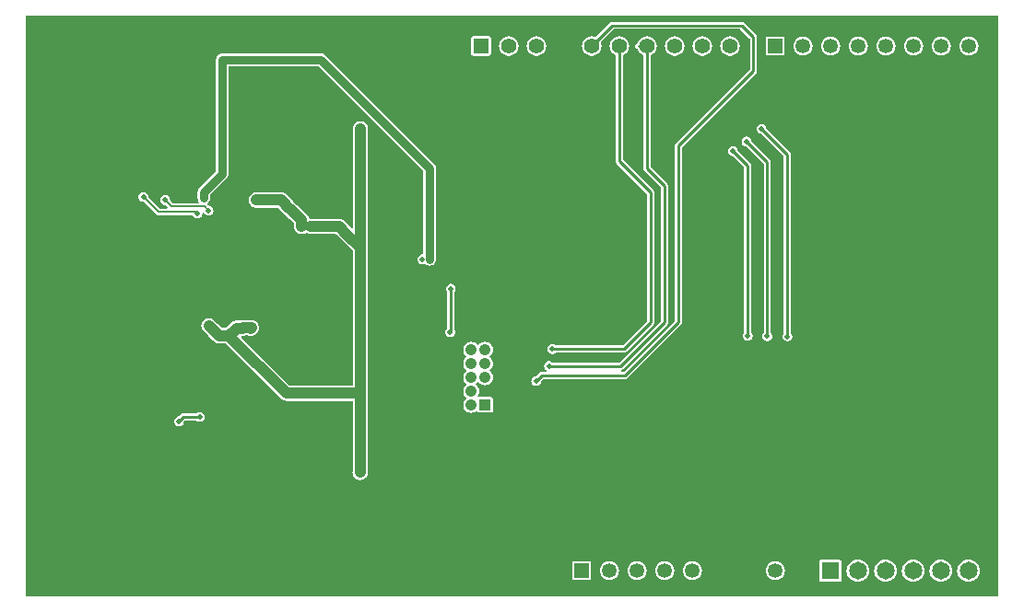
<source format=gbr>
%TF.GenerationSoftware,KiCad,Pcbnew,7.0.10*%
%TF.CreationDate,2024-05-16T11:59:50+01:00*%
%TF.ProjectId,RF_Race_Car,52465f52-6163-4655-9f43-61722e6b6963,rev?*%
%TF.SameCoordinates,Original*%
%TF.FileFunction,Copper,L2,Bot*%
%TF.FilePolarity,Positive*%
%FSLAX46Y46*%
G04 Gerber Fmt 4.6, Leading zero omitted, Abs format (unit mm)*
G04 Created by KiCad (PCBNEW 7.0.10) date 2024-05-16 11:59:50*
%MOMM*%
%LPD*%
G01*
G04 APERTURE LIST*
%TA.AperFunction,ComponentPad*%
%ADD10R,1.350000X1.350000*%
%TD*%
%TA.AperFunction,ComponentPad*%
%ADD11C,1.350000*%
%TD*%
%TA.AperFunction,ComponentPad*%
%ADD12R,1.398000X1.398000*%
%TD*%
%TA.AperFunction,ComponentPad*%
%ADD13C,1.398000*%
%TD*%
%TA.AperFunction,ComponentPad*%
%ADD14R,1.050000X1.050000*%
%TD*%
%TA.AperFunction,ComponentPad*%
%ADD15C,1.050000*%
%TD*%
%TA.AperFunction,ComponentPad*%
%ADD16R,1.650000X1.650000*%
%TD*%
%TA.AperFunction,ComponentPad*%
%ADD17C,1.650000*%
%TD*%
%TA.AperFunction,SMDPad,CuDef*%
%ADD18R,5.600000X1.650000*%
%TD*%
%TA.AperFunction,ViaPad*%
%ADD19C,0.500000*%
%TD*%
%TA.AperFunction,Conductor*%
%ADD20C,0.250000*%
%TD*%
%TA.AperFunction,Conductor*%
%ADD21C,0.750000*%
%TD*%
%TA.AperFunction,Conductor*%
%ADD22C,1.000000*%
%TD*%
%TA.AperFunction,Conductor*%
%ADD23C,0.200000*%
%TD*%
G04 APERTURE END LIST*
D10*
%TO.P,J5,1,1*%
%TO.N,unconnected-(J5-Pad1)*%
X168910000Y-64770000D03*
D11*
%TO.P,J5,2,2*%
%TO.N,unconnected-(J5-Pad2)*%
X171450000Y-64770000D03*
%TO.P,J5,3,3*%
%TO.N,unconnected-(J5-Pad3)*%
X173990000Y-64770000D03*
%TO.P,J5,4,4*%
%TO.N,unconnected-(J5-Pad4)*%
X176530000Y-64770000D03*
%TO.P,J5,5,5*%
%TO.N,unconnected-(J5-Pad5)*%
X179070000Y-64770000D03*
%TO.P,J5,6,6*%
%TO.N,/DIO_20_PB1*%
X181610000Y-64770000D03*
%TO.P,J5,7,7*%
%TO.N,/DIO_19*%
X184150000Y-64770000D03*
%TO.P,J5,8,8*%
%TO.N,/DIO_18*%
X186690000Y-64770000D03*
%TD*%
D10*
%TO.P,J3,1,1*%
%TO.N,unconnected-(J3-Pad1)*%
X151130000Y-113030000D03*
D11*
%TO.P,J3,2,2*%
%TO.N,unconnected-(J3-Pad2)*%
X153670000Y-113030000D03*
%TO.P,J3,3,3*%
%TO.N,unconnected-(J3-Pad3)*%
X156210000Y-113030000D03*
%TO.P,J3,4,4*%
%TO.N,+3.3V*%
X158750000Y-113030000D03*
%TO.P,J3,5,5*%
%TO.N,unconnected-(J3-Pad5)*%
X161290000Y-113030000D03*
%TO.P,J3,6,6*%
%TO.N,GND*%
X163830000Y-113030000D03*
%TO.P,J3,7,7*%
X166370000Y-113030000D03*
%TO.P,J3,8,8*%
%TO.N,unconnected-(J3-Pad8)*%
X168910000Y-113030000D03*
%TD*%
D12*
%TO.P,J4,1,1*%
%TO.N,unconnected-(J4-Pad1)*%
X141888505Y-64770000D03*
D13*
%TO.P,J4,2,2*%
%TO.N,unconnected-(J4-Pad2)*%
X144428505Y-64770000D03*
%TO.P,J4,3,3*%
%TO.N,unconnected-(J4-Pad3)*%
X146968505Y-64770000D03*
%TO.P,J4,4,4*%
%TO.N,GND*%
X149508505Y-64770000D03*
%TO.P,J4,5,5*%
%TO.N,/DIO_7_SPI_SCK*%
X152048505Y-64770000D03*
%TO.P,J4,6,6*%
%TO.N,/DIO_6_SPI_CIPO*%
X154588505Y-64770000D03*
%TO.P,J4,7,7*%
%TO.N,/DIO_5_SPI_COPI*%
X157128505Y-64770000D03*
%TO.P,J4,8,8*%
%TO.N,/DIO_4_SPI_CS*%
X159668505Y-64770000D03*
%TO.P,J4,9,9*%
%TO.N,unconnected-(J4-Pad9)*%
X162208505Y-64770000D03*
%TO.P,J4,10,10*%
%TO.N,unconnected-(J4-Pad10)*%
X164748505Y-64770000D03*
%TD*%
D14*
%TO.P,J2,1,1*%
%TO.N,/VDDS*%
X142240000Y-97790000D03*
D15*
%TO.P,J2,2,2*%
%TO.N,/JTAG_TMSC*%
X140970000Y-97790000D03*
%TO.P,J2,3,3*%
%TO.N,GND*%
X142240000Y-96520000D03*
%TO.P,J2,4,4*%
%TO.N,/JTAG_TCKC*%
X140970000Y-96520000D03*
%TO.P,J2,5,5*%
%TO.N,/DIO_7_SPI_SCK*%
X142240000Y-95250000D03*
%TO.P,J2,6,6*%
%TO.N,/DIO_16_JTAG_TDO*%
X140970000Y-95250000D03*
%TO.P,J2,7,7*%
%TO.N,/DIO_5_SPI_COPI*%
X142240000Y-93980000D03*
%TO.P,J2,8,8*%
%TO.N,/DIO_17_JTAG_TDI*%
X140970000Y-93980000D03*
%TO.P,J2,9,9*%
%TO.N,/DIO_6_SPI_CIPO*%
X142240000Y-92710000D03*
%TO.P,J2,10,10*%
%TO.N,/RESET_N*%
X140970000Y-92710000D03*
%TD*%
D16*
%TO.P,J7,01,01*%
%TO.N,unconnected-(J7-Pad01)*%
X173950000Y-113050000D03*
D17*
%TO.P,J7,02,02*%
%TO.N,unconnected-(J7-Pad02)*%
X176490000Y-113050000D03*
%TO.P,J7,03,03*%
%TO.N,unconnected-(J7-Pad03)*%
X179030000Y-113050000D03*
%TO.P,J7,04,04*%
%TO.N,/DIO_23*%
X181570000Y-113050000D03*
%TO.P,J7,05,05*%
%TO.N,/DIO_24*%
X184110000Y-113050000D03*
%TO.P,J7,06,06*%
%TO.N,/DIO_25*%
X186650000Y-113050000D03*
%TD*%
D18*
%TO.P,J1,4*%
%TO.N,GND*%
X102950000Y-86700000D03*
%TO.P,J1,5*%
X102950000Y-78450000D03*
%TD*%
D19*
%TO.N,GND*%
X119140000Y-84890000D03*
X110490000Y-111760000D03*
X175260000Y-96520000D03*
X121255956Y-91976035D03*
X175260000Y-85090000D03*
X104140000Y-97790000D03*
X125730000Y-109220000D03*
X185420000Y-100330000D03*
X143510000Y-68580000D03*
X107584017Y-84005205D03*
X105410000Y-88900000D03*
X105410000Y-105410000D03*
X101600000Y-63500000D03*
X116920000Y-82670000D03*
X139700000Y-78740000D03*
X132239380Y-83201330D03*
X119030000Y-82720000D03*
X106680000Y-101600000D03*
X187960000Y-77470000D03*
X116930000Y-84930000D03*
X101600000Y-64770000D03*
X142240000Y-82550000D03*
X120650000Y-69850000D03*
X124460000Y-68580000D03*
X113334841Y-76508371D03*
X153180000Y-68840000D03*
X146050000Y-91440000D03*
X158750000Y-102870000D03*
X172720000Y-95250000D03*
X104140000Y-67310000D03*
X101395449Y-92776131D03*
X157930000Y-67080000D03*
X100700990Y-80773161D03*
X119170000Y-87050000D03*
X126373279Y-86034105D03*
X156210000Y-71330000D03*
X161190000Y-70870000D03*
X175260000Y-67310000D03*
X176049747Y-103765654D03*
X168910000Y-70798146D03*
X102346612Y-80747843D03*
X125730000Y-69850000D03*
X148590000Y-77470000D03*
X172720000Y-91440000D03*
X101940716Y-76297322D03*
X123650000Y-84450000D03*
X175260000Y-105410000D03*
X104140000Y-113030000D03*
X151740000Y-68350000D03*
X153200000Y-67090000D03*
X105410000Y-69850000D03*
X146050000Y-86360000D03*
X158750000Y-99060000D03*
X101600000Y-100330000D03*
X139700000Y-81280000D03*
X106680000Y-66040000D03*
X101600000Y-95250000D03*
X140298189Y-73017418D03*
X128270000Y-106680000D03*
X139072431Y-97262250D03*
X116840000Y-87160000D03*
X121444188Y-98803293D03*
X187960000Y-73660000D03*
X157380000Y-107960000D03*
X111760000Y-69850000D03*
X181730000Y-105290000D03*
X115059343Y-88584913D03*
X166370000Y-102870000D03*
X187960000Y-81280000D03*
X109220000Y-67310000D03*
X102870000Y-88900000D03*
X173120000Y-107200000D03*
X135890000Y-69850000D03*
X136850000Y-114270000D03*
X140970000Y-104140000D03*
X161400000Y-67060000D03*
X111094913Y-100490944D03*
X146900000Y-105200000D03*
X105410000Y-73660000D03*
X150840000Y-66960000D03*
X155590000Y-67290000D03*
X181520000Y-109210000D03*
X119010000Y-108910000D03*
X145550000Y-114250000D03*
X110150000Y-114360000D03*
X121200000Y-84890000D03*
X100925976Y-90611339D03*
X124200000Y-114310000D03*
X104140000Y-92710000D03*
X146230000Y-80150000D03*
X101250000Y-110660000D03*
X121920000Y-63500000D03*
X187960000Y-85090000D03*
X121266760Y-100991650D03*
X134620000Y-77470000D03*
X163440000Y-86940000D03*
X101600000Y-106680000D03*
X117900000Y-109220000D03*
X163150000Y-67080000D03*
X178530000Y-108860000D03*
X167290000Y-96030000D03*
X188490000Y-68290000D03*
X166430000Y-69150000D03*
X152400000Y-99060000D03*
X134620000Y-91440000D03*
X120650000Y-74930000D03*
X167390000Y-93730000D03*
X150736203Y-101186527D03*
X145910000Y-96540000D03*
X129570000Y-114290000D03*
X163860000Y-83850000D03*
X168080000Y-108800000D03*
X147320000Y-114230000D03*
X163600000Y-77250000D03*
X149860000Y-105410000D03*
X172469819Y-80853170D03*
X167640000Y-73510000D03*
X144780000Y-76200000D03*
X101600000Y-68580000D03*
X140970000Y-86360000D03*
X154820000Y-96130000D03*
X131320000Y-114270000D03*
X155670000Y-97160000D03*
X104903654Y-84039087D03*
X164460000Y-110650000D03*
X136590000Y-103930000D03*
X121360000Y-87130000D03*
X146050000Y-69850000D03*
X121280000Y-82670000D03*
X162410000Y-80480000D03*
X172720000Y-87630000D03*
X161320000Y-101330000D03*
X156810000Y-104530000D03*
X169200299Y-96693666D03*
X112660000Y-107660000D03*
X116260000Y-114340000D03*
X174900000Y-108270000D03*
X145800000Y-97810000D03*
X120070000Y-113010000D03*
X134840000Y-114270000D03*
X168350000Y-110650000D03*
X128490000Y-111830000D03*
X169200000Y-80700000D03*
X105410000Y-63500000D03*
X118680000Y-104600000D03*
X157830000Y-94210000D03*
X186000000Y-108970000D03*
X133350000Y-107950000D03*
X118110000Y-63500000D03*
X147650000Y-93470000D03*
X164493003Y-68008449D03*
X154400000Y-97230000D03*
X154080000Y-75960000D03*
X120650000Y-96520000D03*
X144650000Y-105430000D03*
X170300000Y-110630000D03*
X167160000Y-76410000D03*
X125970000Y-114290000D03*
X109158264Y-84066940D03*
X162190000Y-78630000D03*
X168910000Y-105410000D03*
X118945416Y-89504984D03*
X176400000Y-76420000D03*
X177090000Y-110580000D03*
X113030000Y-95250000D03*
X136778461Y-111017881D03*
X116202698Y-77145673D03*
X117110000Y-67700000D03*
X144240000Y-94750000D03*
X101600000Y-88900000D03*
X104321358Y-80671892D03*
X109360000Y-80070000D03*
X155930000Y-101270000D03*
X170120000Y-67090000D03*
X150902023Y-109002429D03*
X114490000Y-114360000D03*
X162800000Y-106250000D03*
X107640000Y-81000000D03*
X115770000Y-73200000D03*
X150260000Y-69770000D03*
X156210000Y-75820000D03*
X133350000Y-69850000D03*
X160760000Y-110610000D03*
X133350000Y-86360000D03*
X155760000Y-107220000D03*
X160350000Y-91630000D03*
X175630000Y-88160000D03*
X149170000Y-110610000D03*
X156740000Y-109230000D03*
X103360000Y-84040000D03*
X165190000Y-88230000D03*
X101187360Y-98000931D03*
X107580000Y-108190000D03*
X134929536Y-97276585D03*
X101210000Y-103370000D03*
X101220000Y-114380000D03*
X124890000Y-98460000D03*
X187960000Y-91440000D03*
X108210000Y-114360000D03*
X121830000Y-104870000D03*
X161920000Y-95700000D03*
X127705557Y-99637272D03*
X116830000Y-71760000D03*
X136859674Y-107606957D03*
X181610000Y-93980000D03*
X162560000Y-99490000D03*
X124310000Y-100660000D03*
X155690000Y-69360000D03*
X146950000Y-99030000D03*
X113040000Y-62630000D03*
X154420000Y-110610000D03*
X114300000Y-78740000D03*
X116480000Y-68760000D03*
X164600000Y-85540000D03*
X101090000Y-73710000D03*
X166240000Y-99370000D03*
X105010000Y-109500000D03*
X164860000Y-93630000D03*
X125730000Y-63500000D03*
X136920583Y-105759374D03*
X100710000Y-84010000D03*
X153140000Y-96560000D03*
X159010000Y-110590000D03*
X108540000Y-85430000D03*
X178470000Y-74760000D03*
X155210000Y-87310000D03*
X172500000Y-75540000D03*
X188460000Y-98090000D03*
X182080000Y-76140000D03*
X171540000Y-101770000D03*
X145500000Y-93320000D03*
X175630000Y-92160000D03*
X153340000Y-105830000D03*
X123390000Y-101580000D03*
X159960000Y-93280000D03*
X104980000Y-76530000D03*
X122580000Y-76250000D03*
X162320000Y-104530000D03*
X150250000Y-74900000D03*
X101060000Y-66690000D03*
X123090000Y-70570000D03*
X134730000Y-112750000D03*
X109220000Y-105410000D03*
X140250000Y-90450000D03*
X147480000Y-81060000D03*
X188500000Y-103520000D03*
X114419997Y-98102640D03*
X109220000Y-63500000D03*
X129540000Y-86360000D03*
X116470000Y-102730000D03*
X107240000Y-97150000D03*
X124460000Y-113030000D03*
X101070000Y-71960000D03*
X120060000Y-67370000D03*
X138483923Y-112784252D03*
X145940000Y-94900000D03*
X159410000Y-80960000D03*
X134410000Y-79970000D03*
X125730000Y-91440000D03*
X155980000Y-81440000D03*
X105410000Y-95250000D03*
X145701090Y-108468161D03*
X142900000Y-91160000D03*
X141955756Y-104866036D03*
X111050000Y-85380000D03*
X140392416Y-114773957D03*
X132770000Y-91900000D03*
X120060000Y-77080000D03*
X152400000Y-91440000D03*
X143580000Y-112700000D03*
X185660000Y-72650000D03*
X116210000Y-96820000D03*
X153740000Y-102180000D03*
X161070000Y-92230000D03*
X161250000Y-77430000D03*
%TO.N,/DIO_7_SPI_SCK*%
X146950000Y-95600000D03*
%TO.N,/DIO_5_SPI_COPI*%
X148127164Y-94222836D03*
%TO.N,/DIO_6_SPI_CIPO*%
X116024994Y-98911445D03*
X148439401Y-92651581D03*
X114125306Y-99300000D03*
%TO.N,/VDDR*%
X118941786Y-66017607D03*
X118110000Y-66040000D03*
X137160000Y-84394307D03*
X116314950Y-78860000D03*
X116850000Y-77780000D03*
X136499997Y-84394307D03*
%TO.N,/RESET_N*%
X139100000Y-87100000D03*
X139050000Y-91100000D03*
%TO.N,/VDDS*%
X130811068Y-73256565D03*
X130780000Y-104009434D03*
X130810000Y-72390000D03*
X119983992Y-90734787D03*
X130780000Y-103210567D03*
X130806598Y-98883096D03*
X117464767Y-91085234D03*
X116889766Y-90510234D03*
X121250000Y-78950000D03*
X126204930Y-81364865D03*
X121950000Y-78950000D03*
X130819288Y-99542977D03*
X125398704Y-81364865D03*
X120779211Y-90692033D03*
%TO.N,/DIO_23*%
X166370000Y-91440000D03*
X165032976Y-74453933D03*
%TO.N,/DIO_24*%
X166272914Y-73549113D03*
X168178512Y-91471422D03*
%TO.N,/X24M_N*%
X112861393Y-78934363D03*
X116840000Y-79900000D03*
%TO.N,/X24M_P*%
X110870337Y-78652730D03*
X115831380Y-80181773D03*
%TO.N,/DIO_25*%
X170027403Y-91489372D03*
X167640000Y-72390000D03*
%TD*%
D20*
%TO.N,GND*%
X102550000Y-87303381D02*
X103136663Y-86716718D01*
%TO.N,/DIO_7_SPI_SCK*%
X153938026Y-62880479D02*
X152048505Y-64770000D01*
X166907177Y-63961860D02*
X165825796Y-62880479D01*
X165825796Y-62880479D02*
X153938026Y-62880479D01*
X147475257Y-95074743D02*
X155115257Y-95074743D01*
X146950000Y-95600000D02*
X147475257Y-95074743D01*
X155115257Y-95074743D02*
X160020000Y-90170000D01*
X166907177Y-67074358D02*
X166907177Y-63961860D01*
X160020000Y-73961535D02*
X166907177Y-67074358D01*
X160020000Y-90170000D02*
X160020000Y-73961535D01*
%TO.N,/DIO_5_SPI_COPI*%
X158750000Y-90170000D02*
X158750000Y-77661128D01*
X158750000Y-77661128D02*
X157128505Y-76039633D01*
X154670000Y-94250000D02*
X158750000Y-90170000D01*
X148127164Y-94222836D02*
X148154328Y-94250000D01*
X157128505Y-76039633D02*
X157128505Y-64770000D01*
X148154328Y-94250000D02*
X154670000Y-94250000D01*
X156389429Y-64770000D02*
X157128505Y-64770000D01*
%TO.N,/DIO_6_SPI_CIPO*%
X157480000Y-78260083D02*
X154588505Y-75368588D01*
X154998419Y-92651581D02*
X157480000Y-90170000D01*
X157480000Y-90170000D02*
X157480000Y-78260083D01*
X154588505Y-75368588D02*
X154588505Y-64770000D01*
X114513861Y-98911445D02*
X114125306Y-99300000D01*
X116024994Y-98911445D02*
X114513861Y-98911445D01*
X148439401Y-92651581D02*
X154998419Y-92651581D01*
D21*
%TO.N,/VDDR*%
X116850000Y-77780000D02*
X116430000Y-78200000D01*
X137160000Y-76014221D02*
X137160000Y-84394307D01*
D20*
X118919393Y-66040000D02*
X118941786Y-66017607D01*
D21*
X127185779Y-66040000D02*
X137160000Y-76014221D01*
X118941786Y-66017607D02*
X118964179Y-66040000D01*
X116850000Y-77780000D02*
X118110000Y-76520000D01*
X118110000Y-76520000D02*
X118110000Y-66040000D01*
X116430000Y-78200000D02*
X116430000Y-78744950D01*
X118964179Y-66040000D02*
X127185779Y-66040000D01*
D20*
X116430000Y-78744950D02*
X116314950Y-78860000D01*
D21*
X118110000Y-66040000D02*
X118919393Y-66040000D01*
D20*
%TO.N,/RESET_N*%
X139050000Y-91100000D02*
X139100000Y-91050000D01*
X139100000Y-91050000D02*
X139100000Y-87100000D01*
D22*
%TO.N,/VDDS*%
X119415154Y-90734787D02*
X119983992Y-90734787D01*
X130810000Y-99060000D02*
X130810000Y-103979434D01*
X123950000Y-79405635D02*
X124594365Y-80050000D01*
X121950000Y-78950000D02*
X121250000Y-78950000D01*
X125398704Y-80798704D02*
X125398704Y-81364865D01*
X124650000Y-80050000D02*
X125398704Y-80798704D01*
X123550000Y-78950000D02*
X123950000Y-79350000D01*
X130810000Y-96720000D02*
X124015145Y-96720000D01*
X120779211Y-90692033D02*
X120745008Y-90734787D01*
X125398704Y-81364865D02*
X125412849Y-81379010D01*
X117806930Y-91427398D02*
X118722543Y-91427398D01*
X130810000Y-72390000D02*
X130810000Y-73255497D01*
X130810000Y-99060000D02*
X130810000Y-96720000D01*
X130810000Y-83353238D02*
X130810000Y-73257633D01*
X130810000Y-103979434D02*
X130780000Y-104009434D01*
X130810000Y-73257633D02*
X130811068Y-73256565D01*
X124015145Y-96720000D02*
X118722543Y-91427398D01*
X130780000Y-103210567D02*
X130780000Y-104009434D01*
X128835772Y-81379010D02*
X126204930Y-81364865D01*
X124594365Y-80050000D02*
X124650000Y-80050000D01*
X118722543Y-91427398D02*
X119415154Y-90734787D01*
D20*
X120026746Y-90692033D02*
X119983992Y-90734787D01*
D22*
X121250000Y-78950000D02*
X123550000Y-78950000D01*
X116889766Y-90510234D02*
X117806930Y-91427398D01*
X130810000Y-83353238D02*
X130810000Y-96720000D01*
X130810000Y-83353238D02*
X129557132Y-82100370D01*
X123950000Y-79350000D02*
X123950000Y-79405635D01*
X120745008Y-90734787D02*
X120702254Y-90734787D01*
D20*
X130810000Y-73255497D02*
X130811068Y-73256565D01*
D22*
X120779211Y-90692033D02*
X120026746Y-90692033D01*
X129557132Y-82100370D02*
X128835772Y-81379010D01*
D20*
%TO.N,/DIO_23*%
X165032976Y-74453933D02*
X166370000Y-75790957D01*
X166370000Y-75790957D02*
X166370000Y-91440000D01*
%TO.N,/DIO_24*%
X168178512Y-75454711D02*
X168178512Y-91471422D01*
X166272914Y-73549113D02*
X168178512Y-75454711D01*
D23*
%TO.N,/X24M_N*%
X112861393Y-78934363D02*
X112839797Y-79074737D01*
X113477030Y-79550000D02*
X112861393Y-78934363D01*
X116490000Y-79550000D02*
X113477030Y-79550000D01*
X116840000Y-79900000D02*
X116490000Y-79550000D01*
%TO.N,/X24M_P*%
X115831380Y-80181773D02*
X115679607Y-80030000D01*
X112247607Y-80030000D02*
X110870337Y-78652730D01*
X115679607Y-80030000D02*
X112247607Y-80030000D01*
D20*
%TO.N,/DIO_25*%
X170027403Y-74777403D02*
X170027403Y-91489372D01*
X167640000Y-72390000D02*
X170027403Y-74777403D01*
%TD*%
%TA.AperFunction,Conductor*%
%TO.N,GND*%
G36*
X189388690Y-61989510D02*
G01*
X189424654Y-62039010D01*
X189429499Y-62069603D01*
X189429499Y-115280603D01*
X189410592Y-115338794D01*
X189361092Y-115374758D01*
X189330499Y-115379603D01*
X100159499Y-115379603D01*
X100101308Y-115360696D01*
X100065344Y-115311196D01*
X100060499Y-115280603D01*
X100060499Y-113724746D01*
X150254500Y-113724746D01*
X150254501Y-113724758D01*
X150266132Y-113783227D01*
X150266134Y-113783233D01*
X150272249Y-113792384D01*
X150310448Y-113849552D01*
X150376769Y-113893867D01*
X150421231Y-113902711D01*
X150435241Y-113905498D01*
X150435246Y-113905498D01*
X150435252Y-113905500D01*
X150435253Y-113905500D01*
X151824747Y-113905500D01*
X151824748Y-113905500D01*
X151883231Y-113893867D01*
X151949552Y-113849552D01*
X151993867Y-113783231D01*
X152005500Y-113724748D01*
X152005500Y-113030000D01*
X152789678Y-113030000D01*
X152808916Y-113213034D01*
X152865784Y-113388054D01*
X152865790Y-113388068D01*
X152898283Y-113444346D01*
X152957805Y-113547440D01*
X153080950Y-113684207D01*
X153229839Y-113792381D01*
X153229843Y-113792383D01*
X153229845Y-113792384D01*
X153285485Y-113817156D01*
X153397966Y-113867236D01*
X153577981Y-113905500D01*
X153577983Y-113905500D01*
X153762017Y-113905500D01*
X153762019Y-113905500D01*
X153942034Y-113867236D01*
X154110161Y-113792381D01*
X154259050Y-113684207D01*
X154382195Y-113547440D01*
X154474214Y-113388059D01*
X154531085Y-113213029D01*
X154550322Y-113030000D01*
X155329678Y-113030000D01*
X155348916Y-113213034D01*
X155405784Y-113388054D01*
X155405790Y-113388068D01*
X155438283Y-113444346D01*
X155497805Y-113547440D01*
X155620950Y-113684207D01*
X155769839Y-113792381D01*
X155769843Y-113792383D01*
X155769845Y-113792384D01*
X155825485Y-113817156D01*
X155937966Y-113867236D01*
X156117981Y-113905500D01*
X156117983Y-113905500D01*
X156302017Y-113905500D01*
X156302019Y-113905500D01*
X156482034Y-113867236D01*
X156650161Y-113792381D01*
X156799050Y-113684207D01*
X156922195Y-113547440D01*
X157014214Y-113388059D01*
X157071085Y-113213029D01*
X157090322Y-113030000D01*
X157869678Y-113030000D01*
X157888916Y-113213034D01*
X157945784Y-113388054D01*
X157945790Y-113388068D01*
X157978283Y-113444346D01*
X158037805Y-113547440D01*
X158160950Y-113684207D01*
X158309839Y-113792381D01*
X158309843Y-113792383D01*
X158309845Y-113792384D01*
X158365485Y-113817156D01*
X158477966Y-113867236D01*
X158657981Y-113905500D01*
X158657983Y-113905500D01*
X158842017Y-113905500D01*
X158842019Y-113905500D01*
X159022034Y-113867236D01*
X159190161Y-113792381D01*
X159339050Y-113684207D01*
X159462195Y-113547440D01*
X159554214Y-113388059D01*
X159611085Y-113213029D01*
X159630322Y-113030000D01*
X160409678Y-113030000D01*
X160428916Y-113213034D01*
X160485784Y-113388054D01*
X160485790Y-113388068D01*
X160518283Y-113444346D01*
X160577805Y-113547440D01*
X160700950Y-113684207D01*
X160849839Y-113792381D01*
X160849843Y-113792383D01*
X160849845Y-113792384D01*
X160905485Y-113817156D01*
X161017966Y-113867236D01*
X161197981Y-113905500D01*
X161197983Y-113905500D01*
X161382017Y-113905500D01*
X161382019Y-113905500D01*
X161562034Y-113867236D01*
X161730161Y-113792381D01*
X161879050Y-113684207D01*
X162002195Y-113547440D01*
X162094214Y-113388059D01*
X162151085Y-113213029D01*
X162170322Y-113030000D01*
X168029678Y-113030000D01*
X168048916Y-113213034D01*
X168105784Y-113388054D01*
X168105790Y-113388068D01*
X168138283Y-113444346D01*
X168197805Y-113547440D01*
X168320950Y-113684207D01*
X168469839Y-113792381D01*
X168469843Y-113792383D01*
X168469845Y-113792384D01*
X168525485Y-113817156D01*
X168637966Y-113867236D01*
X168817981Y-113905500D01*
X168817983Y-113905500D01*
X169002017Y-113905500D01*
X169002019Y-113905500D01*
X169052612Y-113894746D01*
X172924500Y-113894746D01*
X172924501Y-113894758D01*
X172936132Y-113953227D01*
X172936134Y-113953233D01*
X172968735Y-114002023D01*
X172980448Y-114019552D01*
X173046769Y-114063867D01*
X173091231Y-114072711D01*
X173105241Y-114075498D01*
X173105246Y-114075498D01*
X173105252Y-114075500D01*
X173105253Y-114075500D01*
X174794747Y-114075500D01*
X174794748Y-114075500D01*
X174853231Y-114063867D01*
X174919552Y-114019552D01*
X174963867Y-113953231D01*
X174975500Y-113894748D01*
X174975500Y-113050003D01*
X175459538Y-113050003D01*
X175479336Y-113251028D01*
X175479337Y-113251033D01*
X175537977Y-113444341D01*
X175537979Y-113444346D01*
X175633199Y-113622491D01*
X175761348Y-113778641D01*
X175761353Y-113778647D01*
X175761358Y-113778651D01*
X175917508Y-113906800D01*
X176095653Y-114002020D01*
X176095659Y-114002023D01*
X176230327Y-114042873D01*
X176288966Y-114060662D01*
X176288971Y-114060663D01*
X176489997Y-114080462D01*
X176490000Y-114080462D01*
X176490003Y-114080462D01*
X176691028Y-114060663D01*
X176691033Y-114060662D01*
X176884341Y-114002023D01*
X176964925Y-113958949D01*
X177062491Y-113906800D01*
X177062492Y-113906798D01*
X177062494Y-113906798D01*
X177218647Y-113778647D01*
X177346798Y-113622494D01*
X177386918Y-113547436D01*
X177442020Y-113444346D01*
X177442023Y-113444341D01*
X177500662Y-113251033D01*
X177500663Y-113251028D01*
X177520462Y-113050003D01*
X177999538Y-113050003D01*
X178019336Y-113251028D01*
X178019337Y-113251033D01*
X178077977Y-113444341D01*
X178077979Y-113444346D01*
X178173199Y-113622491D01*
X178301348Y-113778641D01*
X178301353Y-113778647D01*
X178301358Y-113778651D01*
X178457508Y-113906800D01*
X178635653Y-114002020D01*
X178635659Y-114002023D01*
X178770327Y-114042873D01*
X178828966Y-114060662D01*
X178828971Y-114060663D01*
X179029997Y-114080462D01*
X179030000Y-114080462D01*
X179030003Y-114080462D01*
X179231028Y-114060663D01*
X179231033Y-114060662D01*
X179424341Y-114002023D01*
X179504925Y-113958949D01*
X179602491Y-113906800D01*
X179602492Y-113906798D01*
X179602494Y-113906798D01*
X179758647Y-113778647D01*
X179886798Y-113622494D01*
X179926918Y-113547436D01*
X179982020Y-113444346D01*
X179982023Y-113444341D01*
X180040662Y-113251033D01*
X180040663Y-113251028D01*
X180060462Y-113050003D01*
X180539538Y-113050003D01*
X180559336Y-113251028D01*
X180559337Y-113251033D01*
X180617977Y-113444341D01*
X180617979Y-113444346D01*
X180713199Y-113622491D01*
X180841348Y-113778641D01*
X180841353Y-113778647D01*
X180841358Y-113778651D01*
X180997508Y-113906800D01*
X181175653Y-114002020D01*
X181175659Y-114002023D01*
X181310327Y-114042873D01*
X181368966Y-114060662D01*
X181368971Y-114060663D01*
X181569997Y-114080462D01*
X181570000Y-114080462D01*
X181570003Y-114080462D01*
X181771028Y-114060663D01*
X181771033Y-114060662D01*
X181964341Y-114002023D01*
X182044925Y-113958949D01*
X182142491Y-113906800D01*
X182142492Y-113906798D01*
X182142494Y-113906798D01*
X182298647Y-113778647D01*
X182426798Y-113622494D01*
X182466918Y-113547436D01*
X182522020Y-113444346D01*
X182522023Y-113444341D01*
X182580662Y-113251033D01*
X182580663Y-113251028D01*
X182600462Y-113050003D01*
X183079538Y-113050003D01*
X183099336Y-113251028D01*
X183099337Y-113251033D01*
X183157977Y-113444341D01*
X183157979Y-113444346D01*
X183253199Y-113622491D01*
X183381348Y-113778641D01*
X183381353Y-113778647D01*
X183381358Y-113778651D01*
X183537508Y-113906800D01*
X183715653Y-114002020D01*
X183715659Y-114002023D01*
X183850327Y-114042873D01*
X183908966Y-114060662D01*
X183908971Y-114060663D01*
X184109997Y-114080462D01*
X184110000Y-114080462D01*
X184110003Y-114080462D01*
X184311028Y-114060663D01*
X184311033Y-114060662D01*
X184504341Y-114002023D01*
X184584925Y-113958949D01*
X184682491Y-113906800D01*
X184682492Y-113906798D01*
X184682494Y-113906798D01*
X184838647Y-113778647D01*
X184966798Y-113622494D01*
X185006918Y-113547436D01*
X185062020Y-113444346D01*
X185062023Y-113444341D01*
X185120662Y-113251033D01*
X185120663Y-113251028D01*
X185140462Y-113050003D01*
X185619538Y-113050003D01*
X185639336Y-113251028D01*
X185639337Y-113251033D01*
X185697977Y-113444341D01*
X185697979Y-113444346D01*
X185793199Y-113622491D01*
X185921348Y-113778641D01*
X185921353Y-113778647D01*
X185921358Y-113778651D01*
X186077508Y-113906800D01*
X186255653Y-114002020D01*
X186255659Y-114002023D01*
X186390327Y-114042873D01*
X186448966Y-114060662D01*
X186448971Y-114060663D01*
X186649997Y-114080462D01*
X186650000Y-114080462D01*
X186650003Y-114080462D01*
X186851028Y-114060663D01*
X186851033Y-114060662D01*
X187044341Y-114002023D01*
X187124925Y-113958949D01*
X187222491Y-113906800D01*
X187222492Y-113906798D01*
X187222494Y-113906798D01*
X187378647Y-113778647D01*
X187506798Y-113622494D01*
X187546918Y-113547436D01*
X187602020Y-113444346D01*
X187602023Y-113444341D01*
X187660662Y-113251033D01*
X187660663Y-113251028D01*
X187680462Y-113050003D01*
X187680462Y-113049996D01*
X187660663Y-112848971D01*
X187660662Y-112848966D01*
X187606963Y-112671945D01*
X187602023Y-112655659D01*
X187602020Y-112655653D01*
X187506800Y-112477508D01*
X187390054Y-112335252D01*
X187378647Y-112321353D01*
X187324321Y-112276769D01*
X187222491Y-112193199D01*
X187044346Y-112097979D01*
X187044341Y-112097977D01*
X186851033Y-112039337D01*
X186851028Y-112039336D01*
X186650003Y-112019538D01*
X186649997Y-112019538D01*
X186448971Y-112039336D01*
X186448966Y-112039337D01*
X186255658Y-112097977D01*
X186255653Y-112097979D01*
X186077508Y-112193199D01*
X185921358Y-112321348D01*
X185921348Y-112321358D01*
X185793199Y-112477508D01*
X185697979Y-112655653D01*
X185697977Y-112655658D01*
X185639337Y-112848966D01*
X185639336Y-112848971D01*
X185619538Y-113049996D01*
X185619538Y-113050003D01*
X185140462Y-113050003D01*
X185140462Y-113049996D01*
X185120663Y-112848971D01*
X185120662Y-112848966D01*
X185066963Y-112671945D01*
X185062023Y-112655659D01*
X185062020Y-112655653D01*
X184966800Y-112477508D01*
X184850054Y-112335252D01*
X184838647Y-112321353D01*
X184784321Y-112276769D01*
X184682491Y-112193199D01*
X184504346Y-112097979D01*
X184504341Y-112097977D01*
X184311033Y-112039337D01*
X184311028Y-112039336D01*
X184110003Y-112019538D01*
X184109997Y-112019538D01*
X183908971Y-112039336D01*
X183908966Y-112039337D01*
X183715658Y-112097977D01*
X183715653Y-112097979D01*
X183537508Y-112193199D01*
X183381358Y-112321348D01*
X183381348Y-112321358D01*
X183253199Y-112477508D01*
X183157979Y-112655653D01*
X183157977Y-112655658D01*
X183099337Y-112848966D01*
X183099336Y-112848971D01*
X183079538Y-113049996D01*
X183079538Y-113050003D01*
X182600462Y-113050003D01*
X182600462Y-113049996D01*
X182580663Y-112848971D01*
X182580662Y-112848966D01*
X182526963Y-112671945D01*
X182522023Y-112655659D01*
X182522020Y-112655653D01*
X182426800Y-112477508D01*
X182310054Y-112335252D01*
X182298647Y-112321353D01*
X182244321Y-112276769D01*
X182142491Y-112193199D01*
X181964346Y-112097979D01*
X181964341Y-112097977D01*
X181771033Y-112039337D01*
X181771028Y-112039336D01*
X181570003Y-112019538D01*
X181569997Y-112019538D01*
X181368971Y-112039336D01*
X181368966Y-112039337D01*
X181175658Y-112097977D01*
X181175653Y-112097979D01*
X180997508Y-112193199D01*
X180841358Y-112321348D01*
X180841348Y-112321358D01*
X180713199Y-112477508D01*
X180617979Y-112655653D01*
X180617977Y-112655658D01*
X180559337Y-112848966D01*
X180559336Y-112848971D01*
X180539538Y-113049996D01*
X180539538Y-113050003D01*
X180060462Y-113050003D01*
X180060462Y-113049996D01*
X180040663Y-112848971D01*
X180040662Y-112848966D01*
X179986963Y-112671945D01*
X179982023Y-112655659D01*
X179982020Y-112655653D01*
X179886800Y-112477508D01*
X179770054Y-112335252D01*
X179758647Y-112321353D01*
X179704321Y-112276769D01*
X179602491Y-112193199D01*
X179424346Y-112097979D01*
X179424341Y-112097977D01*
X179231033Y-112039337D01*
X179231028Y-112039336D01*
X179030003Y-112019538D01*
X179029997Y-112019538D01*
X178828971Y-112039336D01*
X178828966Y-112039337D01*
X178635658Y-112097977D01*
X178635653Y-112097979D01*
X178457508Y-112193199D01*
X178301358Y-112321348D01*
X178301348Y-112321358D01*
X178173199Y-112477508D01*
X178077979Y-112655653D01*
X178077977Y-112655658D01*
X178019337Y-112848966D01*
X178019336Y-112848971D01*
X177999538Y-113049996D01*
X177999538Y-113050003D01*
X177520462Y-113050003D01*
X177520462Y-113049996D01*
X177500663Y-112848971D01*
X177500662Y-112848966D01*
X177446963Y-112671945D01*
X177442023Y-112655659D01*
X177442020Y-112655653D01*
X177346800Y-112477508D01*
X177230054Y-112335252D01*
X177218647Y-112321353D01*
X177164321Y-112276769D01*
X177062491Y-112193199D01*
X176884346Y-112097979D01*
X176884341Y-112097977D01*
X176691033Y-112039337D01*
X176691028Y-112039336D01*
X176490003Y-112019538D01*
X176489997Y-112019538D01*
X176288971Y-112039336D01*
X176288966Y-112039337D01*
X176095658Y-112097977D01*
X176095653Y-112097979D01*
X175917508Y-112193199D01*
X175761358Y-112321348D01*
X175761348Y-112321358D01*
X175633199Y-112477508D01*
X175537979Y-112655653D01*
X175537977Y-112655658D01*
X175479337Y-112848966D01*
X175479336Y-112848971D01*
X175459538Y-113049996D01*
X175459538Y-113050003D01*
X174975500Y-113050003D01*
X174975500Y-112205252D01*
X174963867Y-112146769D01*
X174919552Y-112080448D01*
X174858028Y-112039338D01*
X174853233Y-112036134D01*
X174853231Y-112036133D01*
X174853228Y-112036132D01*
X174853227Y-112036132D01*
X174794758Y-112024501D01*
X174794748Y-112024500D01*
X173105252Y-112024500D01*
X173105251Y-112024500D01*
X173105241Y-112024501D01*
X173046772Y-112036132D01*
X173046766Y-112036134D01*
X172980451Y-112080445D01*
X172980445Y-112080451D01*
X172936134Y-112146766D01*
X172936132Y-112146772D01*
X172924501Y-112205241D01*
X172924500Y-112205253D01*
X172924500Y-113894746D01*
X169052612Y-113894746D01*
X169182034Y-113867236D01*
X169350161Y-113792381D01*
X169499050Y-113684207D01*
X169622195Y-113547440D01*
X169714214Y-113388059D01*
X169771085Y-113213029D01*
X169790322Y-113030000D01*
X169771085Y-112846971D01*
X169714214Y-112671941D01*
X169714211Y-112671936D01*
X169714209Y-112671931D01*
X169666935Y-112590052D01*
X169622195Y-112512560D01*
X169499050Y-112375793D01*
X169350161Y-112267619D01*
X169350157Y-112267617D01*
X169350154Y-112267615D01*
X169182036Y-112192765D01*
X169182034Y-112192764D01*
X169182031Y-112192763D01*
X169182030Y-112192763D01*
X169135135Y-112182795D01*
X169002019Y-112154500D01*
X168817981Y-112154500D01*
X168720797Y-112175157D01*
X168637969Y-112192763D01*
X168637963Y-112192765D01*
X168469845Y-112267615D01*
X168469842Y-112267617D01*
X168320948Y-112375794D01*
X168197803Y-112512562D01*
X168197803Y-112512563D01*
X168105790Y-112671931D01*
X168105784Y-112671945D01*
X168048916Y-112846965D01*
X168048915Y-112846969D01*
X168048915Y-112846971D01*
X168048705Y-112848971D01*
X168029678Y-113030000D01*
X162170322Y-113030000D01*
X162151085Y-112846971D01*
X162094214Y-112671941D01*
X162094211Y-112671936D01*
X162094209Y-112671931D01*
X162046935Y-112590052D01*
X162002195Y-112512560D01*
X161879050Y-112375793D01*
X161730161Y-112267619D01*
X161730157Y-112267617D01*
X161730154Y-112267615D01*
X161562036Y-112192765D01*
X161562034Y-112192764D01*
X161562031Y-112192763D01*
X161562030Y-112192763D01*
X161515135Y-112182795D01*
X161382019Y-112154500D01*
X161197981Y-112154500D01*
X161100797Y-112175157D01*
X161017969Y-112192763D01*
X161017963Y-112192765D01*
X160849845Y-112267615D01*
X160849842Y-112267617D01*
X160700948Y-112375794D01*
X160577803Y-112512562D01*
X160577803Y-112512563D01*
X160485790Y-112671931D01*
X160485784Y-112671945D01*
X160428916Y-112846965D01*
X160428915Y-112846969D01*
X160428915Y-112846971D01*
X160428705Y-112848971D01*
X160409678Y-113030000D01*
X159630322Y-113030000D01*
X159611085Y-112846971D01*
X159554214Y-112671941D01*
X159554211Y-112671936D01*
X159554209Y-112671931D01*
X159506935Y-112590052D01*
X159462195Y-112512560D01*
X159339050Y-112375793D01*
X159190161Y-112267619D01*
X159190157Y-112267617D01*
X159190154Y-112267615D01*
X159022036Y-112192765D01*
X159022034Y-112192764D01*
X159022031Y-112192763D01*
X159022030Y-112192763D01*
X158975135Y-112182795D01*
X158842019Y-112154500D01*
X158657981Y-112154500D01*
X158560797Y-112175157D01*
X158477969Y-112192763D01*
X158477963Y-112192765D01*
X158309845Y-112267615D01*
X158309842Y-112267617D01*
X158160948Y-112375794D01*
X158037803Y-112512562D01*
X158037803Y-112512563D01*
X157945790Y-112671931D01*
X157945784Y-112671945D01*
X157888916Y-112846965D01*
X157888915Y-112846969D01*
X157888915Y-112846971D01*
X157888705Y-112848971D01*
X157869678Y-113030000D01*
X157090322Y-113030000D01*
X157071085Y-112846971D01*
X157014214Y-112671941D01*
X157014211Y-112671936D01*
X157014209Y-112671931D01*
X156966935Y-112590052D01*
X156922195Y-112512560D01*
X156799050Y-112375793D01*
X156650161Y-112267619D01*
X156650157Y-112267617D01*
X156650154Y-112267615D01*
X156482036Y-112192765D01*
X156482034Y-112192764D01*
X156482031Y-112192763D01*
X156482030Y-112192763D01*
X156435135Y-112182795D01*
X156302019Y-112154500D01*
X156117981Y-112154500D01*
X156020797Y-112175157D01*
X155937969Y-112192763D01*
X155937963Y-112192765D01*
X155769845Y-112267615D01*
X155769842Y-112267617D01*
X155620948Y-112375794D01*
X155497803Y-112512562D01*
X155497803Y-112512563D01*
X155405790Y-112671931D01*
X155405784Y-112671945D01*
X155348916Y-112846965D01*
X155348915Y-112846969D01*
X155348915Y-112846971D01*
X155348705Y-112848971D01*
X155329678Y-113030000D01*
X154550322Y-113030000D01*
X154531085Y-112846971D01*
X154474214Y-112671941D01*
X154474211Y-112671936D01*
X154474209Y-112671931D01*
X154426935Y-112590052D01*
X154382195Y-112512560D01*
X154259050Y-112375793D01*
X154110161Y-112267619D01*
X154110157Y-112267617D01*
X154110154Y-112267615D01*
X153942036Y-112192765D01*
X153942034Y-112192764D01*
X153942031Y-112192763D01*
X153942030Y-112192763D01*
X153895135Y-112182795D01*
X153762019Y-112154500D01*
X153577981Y-112154500D01*
X153480797Y-112175157D01*
X153397969Y-112192763D01*
X153397963Y-112192765D01*
X153229845Y-112267615D01*
X153229842Y-112267617D01*
X153080948Y-112375794D01*
X152957803Y-112512562D01*
X152957803Y-112512563D01*
X152865790Y-112671931D01*
X152865784Y-112671945D01*
X152808916Y-112846965D01*
X152808915Y-112846969D01*
X152808915Y-112846971D01*
X152808705Y-112848971D01*
X152789678Y-113030000D01*
X152005500Y-113030000D01*
X152005500Y-112335252D01*
X151993867Y-112276769D01*
X151949552Y-112210448D01*
X151949548Y-112210445D01*
X151883233Y-112166134D01*
X151883231Y-112166133D01*
X151883228Y-112166132D01*
X151883227Y-112166132D01*
X151824758Y-112154501D01*
X151824748Y-112154500D01*
X150435252Y-112154500D01*
X150435251Y-112154500D01*
X150435241Y-112154501D01*
X150376772Y-112166132D01*
X150376766Y-112166134D01*
X150310451Y-112210445D01*
X150310445Y-112210451D01*
X150266134Y-112276766D01*
X150266132Y-112276772D01*
X150254501Y-112335241D01*
X150254500Y-112335253D01*
X150254500Y-113724746D01*
X100060499Y-113724746D01*
X100060499Y-99300002D01*
X113670173Y-99300002D01*
X113688608Y-99428225D01*
X113742423Y-99546060D01*
X113742424Y-99546063D01*
X113827257Y-99643967D01*
X113827258Y-99643968D01*
X113936232Y-99714001D01*
X113936237Y-99714004D01*
X114060534Y-99750500D01*
X114060536Y-99750500D01*
X114190076Y-99750500D01*
X114190078Y-99750500D01*
X114314375Y-99714004D01*
X114423355Y-99643967D01*
X114508188Y-99546063D01*
X114562003Y-99428226D01*
X114574877Y-99338677D01*
X114601870Y-99283774D01*
X114602773Y-99282857D01*
X114619695Y-99265937D01*
X114674213Y-99238163D01*
X114689694Y-99236945D01*
X115669141Y-99236945D01*
X115722664Y-99252661D01*
X115835920Y-99325446D01*
X115835925Y-99325449D01*
X115960222Y-99361945D01*
X115960224Y-99361945D01*
X116089764Y-99361945D01*
X116089766Y-99361945D01*
X116214063Y-99325449D01*
X116323043Y-99255412D01*
X116407876Y-99157508D01*
X116461691Y-99039671D01*
X116480127Y-98911445D01*
X116476468Y-98885998D01*
X116461691Y-98783219D01*
X116407876Y-98665383D01*
X116407876Y-98665382D01*
X116323043Y-98567478D01*
X116323042Y-98567477D01*
X116323041Y-98567476D01*
X116214067Y-98497443D01*
X116214064Y-98497441D01*
X116214063Y-98497441D01*
X116214060Y-98497440D01*
X116089768Y-98460945D01*
X116089766Y-98460945D01*
X115960222Y-98460945D01*
X115960219Y-98460945D01*
X115835927Y-98497440D01*
X115835920Y-98497443D01*
X115722664Y-98570229D01*
X115669141Y-98585945D01*
X114532395Y-98585945D01*
X114523766Y-98585568D01*
X114485055Y-98582181D01*
X114485048Y-98582181D01*
X114447510Y-98592239D01*
X114439084Y-98594107D01*
X114400821Y-98600855D01*
X114400809Y-98600859D01*
X114399501Y-98601615D01*
X114375647Y-98611496D01*
X114374185Y-98611887D01*
X114374178Y-98611890D01*
X114374177Y-98611891D01*
X114342336Y-98634185D01*
X114335066Y-98638816D01*
X114301406Y-98658250D01*
X114276424Y-98688022D01*
X114270591Y-98694387D01*
X114144477Y-98820503D01*
X114089961Y-98848281D01*
X114074473Y-98849500D01*
X114060531Y-98849500D01*
X113936239Y-98885995D01*
X113936232Y-98885998D01*
X113827258Y-98956031D01*
X113742423Y-99053938D01*
X113688608Y-99171774D01*
X113670173Y-99299997D01*
X113670173Y-99300002D01*
X100060499Y-99300002D01*
X100060499Y-90552841D01*
X116185407Y-90552841D01*
X116216070Y-90720162D01*
X116216071Y-90720167D01*
X116233060Y-90757914D01*
X116285888Y-90875291D01*
X116364476Y-90975601D01*
X116832842Y-91443967D01*
X117294527Y-91905652D01*
X117298625Y-91910007D01*
X117338994Y-91955574D01*
X117338997Y-91955577D01*
X117339001Y-91955581D01*
X117374246Y-91979909D01*
X117389123Y-91990178D01*
X117393939Y-91993722D01*
X117441870Y-92031274D01*
X117441872Y-92031274D01*
X117441874Y-92031276D01*
X117452379Y-92036004D01*
X117453177Y-92036363D01*
X117468786Y-92045166D01*
X117474897Y-92049384D01*
X117479000Y-92052216D01*
X117535948Y-92073813D01*
X117541442Y-92076088D01*
X117596999Y-92101093D01*
X117609209Y-92103330D01*
X117626459Y-92108139D01*
X117638058Y-92112538D01*
X117698505Y-92119877D01*
X117704395Y-92120773D01*
X117764324Y-92131756D01*
X117825107Y-92128078D01*
X117831085Y-92127898D01*
X118391378Y-92127898D01*
X118449569Y-92146805D01*
X118461382Y-92156894D01*
X123502735Y-97198246D01*
X123506833Y-97202601D01*
X123547213Y-97248181D01*
X123547215Y-97248182D01*
X123597339Y-97282780D01*
X123602156Y-97286325D01*
X123621320Y-97301338D01*
X123650089Y-97323878D01*
X123661392Y-97328965D01*
X123677001Y-97337768D01*
X123683112Y-97341986D01*
X123687215Y-97344818D01*
X123744163Y-97366415D01*
X123749657Y-97368690D01*
X123805214Y-97393695D01*
X123817424Y-97395932D01*
X123834674Y-97400741D01*
X123846273Y-97405140D01*
X123906720Y-97412479D01*
X123912610Y-97413375D01*
X123972539Y-97424358D01*
X124033322Y-97420680D01*
X124039300Y-97420500D01*
X130010500Y-97420500D01*
X130068691Y-97439407D01*
X130104655Y-97488907D01*
X130109500Y-97519500D01*
X130109500Y-102984950D01*
X130103067Y-103020055D01*
X130094860Y-103041695D01*
X130079500Y-103168185D01*
X130079500Y-103936780D01*
X130077878Y-103954626D01*
X130075641Y-103966828D01*
X130079319Y-104027609D01*
X130079500Y-104033588D01*
X130079500Y-104051800D01*
X130079501Y-104051822D01*
X130081695Y-104069892D01*
X130082236Y-104075845D01*
X130085913Y-104136626D01*
X130085913Y-104136629D01*
X130089605Y-104148477D01*
X130093364Y-104165987D01*
X130094860Y-104178308D01*
X130116455Y-104235251D01*
X130118405Y-104240902D01*
X130136519Y-104299034D01*
X130136524Y-104299045D01*
X130142940Y-104309658D01*
X130150784Y-104325767D01*
X130155182Y-104337365D01*
X130189778Y-104387487D01*
X130193021Y-104392501D01*
X130224528Y-104444619D01*
X130233306Y-104453397D01*
X130244768Y-104467152D01*
X130251817Y-104477363D01*
X130251820Y-104477365D01*
X130251823Y-104477369D01*
X130297390Y-104517738D01*
X130301744Y-104521836D01*
X130325866Y-104545957D01*
X130344815Y-104564906D01*
X130355433Y-104571325D01*
X130369862Y-104581942D01*
X130379147Y-104590168D01*
X130433070Y-104618469D01*
X130438268Y-104621401D01*
X130490394Y-104652912D01*
X130495675Y-104654557D01*
X130502236Y-104656602D01*
X130518795Y-104663460D01*
X130529775Y-104669224D01*
X130541813Y-104672191D01*
X130588917Y-104683801D01*
X130594658Y-104685400D01*
X130652804Y-104703520D01*
X130665188Y-104704269D01*
X130682898Y-104706965D01*
X130694944Y-104709934D01*
X130755845Y-104709934D01*
X130761822Y-104710114D01*
X130785644Y-104711556D01*
X130822605Y-104713792D01*
X130822605Y-104713791D01*
X130822606Y-104713792D01*
X130834808Y-104711556D01*
X130852654Y-104709934D01*
X130865053Y-104709934D01*
X130865056Y-104709934D01*
X130924202Y-104695355D01*
X130929988Y-104694113D01*
X130989932Y-104683129D01*
X131001242Y-104678038D01*
X131018187Y-104672191D01*
X131022139Y-104671216D01*
X131030225Y-104669224D01*
X131084156Y-104640917D01*
X131089485Y-104638322D01*
X131145057Y-104613312D01*
X131154826Y-104605657D01*
X131169875Y-104595928D01*
X131180852Y-104590168D01*
X131226434Y-104549784D01*
X131231007Y-104545972D01*
X131245367Y-104534724D01*
X131258283Y-104521806D01*
X131262588Y-104517755D01*
X131308183Y-104477363D01*
X131308186Y-104477357D01*
X131312154Y-104472880D01*
X131312273Y-104472986D01*
X131323258Y-104460583D01*
X131338183Y-104447363D01*
X131372778Y-104397243D01*
X131376324Y-104392424D01*
X131413873Y-104344496D01*
X131413872Y-104344496D01*
X131413877Y-104344491D01*
X131418967Y-104333179D01*
X131427766Y-104317578D01*
X131434818Y-104307364D01*
X131456412Y-104250422D01*
X131458702Y-104244895D01*
X131483694Y-104189366D01*
X131483695Y-104189364D01*
X131485929Y-104177170D01*
X131490743Y-104159899D01*
X131495075Y-104148477D01*
X131495140Y-104148306D01*
X131502483Y-104087822D01*
X131503373Y-104081976D01*
X131514357Y-104022040D01*
X131510680Y-103961266D01*
X131510500Y-103955290D01*
X131510500Y-97790000D01*
X140239909Y-97790000D01*
X140258214Y-97952464D01*
X140258215Y-97952467D01*
X140312211Y-98106775D01*
X140312211Y-98106776D01*
X140399189Y-98245200D01*
X140399192Y-98245204D01*
X140514796Y-98360808D01*
X140514798Y-98360809D01*
X140514799Y-98360810D01*
X140566396Y-98393231D01*
X140653225Y-98447789D01*
X140690823Y-98460945D01*
X140807532Y-98501784D01*
X140807535Y-98501785D01*
X140807536Y-98501785D01*
X140807539Y-98501786D01*
X140970000Y-98520091D01*
X141132461Y-98501786D01*
X141286775Y-98447789D01*
X141399524Y-98376944D01*
X141458854Y-98361994D01*
X141515641Y-98384773D01*
X141534510Y-98405768D01*
X141570448Y-98459552D01*
X141636769Y-98503867D01*
X141681231Y-98512711D01*
X141695241Y-98515498D01*
X141695246Y-98515498D01*
X141695252Y-98515500D01*
X141695253Y-98515500D01*
X142784747Y-98515500D01*
X142784748Y-98515500D01*
X142843231Y-98503867D01*
X142909552Y-98459552D01*
X142953867Y-98393231D01*
X142965500Y-98334748D01*
X142965500Y-97245252D01*
X142953867Y-97186769D01*
X142909552Y-97120448D01*
X142909548Y-97120445D01*
X142843233Y-97076134D01*
X142843231Y-97076133D01*
X142843228Y-97076132D01*
X142843227Y-97076132D01*
X142784758Y-97064501D01*
X142784748Y-97064500D01*
X141695252Y-97064500D01*
X141695251Y-97064500D01*
X141695241Y-97064501D01*
X141680042Y-97067524D01*
X141619281Y-97060331D01*
X141574352Y-97018797D01*
X141562418Y-96958787D01*
X141576906Y-96917754D01*
X141627787Y-96836778D01*
X141627788Y-96836776D01*
X141627789Y-96836775D01*
X141681786Y-96682461D01*
X141700091Y-96520000D01*
X141681786Y-96357539D01*
X141627789Y-96203225D01*
X141540808Y-96064796D01*
X141431013Y-95955001D01*
X141403238Y-95900487D01*
X141412809Y-95840055D01*
X141431012Y-95814999D01*
X141534998Y-95711013D01*
X141589513Y-95683238D01*
X141649945Y-95692809D01*
X141675000Y-95711012D01*
X141784796Y-95820808D01*
X141784798Y-95820809D01*
X141784799Y-95820810D01*
X141886956Y-95885000D01*
X141923225Y-95907789D01*
X141959551Y-95920500D01*
X142077532Y-95961784D01*
X142077535Y-95961785D01*
X142077536Y-95961785D01*
X142077539Y-95961786D01*
X142240000Y-95980091D01*
X142402461Y-95961786D01*
X142556775Y-95907789D01*
X142695204Y-95820808D01*
X142810808Y-95705204D01*
X142876911Y-95600002D01*
X146494867Y-95600002D01*
X146513302Y-95728225D01*
X146552930Y-95814996D01*
X146567118Y-95846063D01*
X146620603Y-95907789D01*
X146651952Y-95943968D01*
X146708161Y-95980091D01*
X146760931Y-96014004D01*
X146885228Y-96050500D01*
X146885230Y-96050500D01*
X147014770Y-96050500D01*
X147014772Y-96050500D01*
X147139069Y-96014004D01*
X147248049Y-95943967D01*
X147332882Y-95846063D01*
X147386697Y-95728226D01*
X147399571Y-95638677D01*
X147426564Y-95583774D01*
X147427479Y-95582845D01*
X147581087Y-95429239D01*
X147635604Y-95401462D01*
X147651090Y-95400243D01*
X155096723Y-95400243D01*
X155105351Y-95400619D01*
X155144064Y-95404007D01*
X155181611Y-95393945D01*
X155190041Y-95392077D01*
X155228302Y-95385331D01*
X155229602Y-95384581D01*
X155253493Y-95374685D01*
X155253721Y-95374623D01*
X155254941Y-95374297D01*
X155286790Y-95351994D01*
X155294036Y-95347378D01*
X155327712Y-95327937D01*
X155352700Y-95298156D01*
X155358511Y-95291813D01*
X160237066Y-90413258D01*
X160243425Y-90407433D01*
X160243431Y-90407428D01*
X160273194Y-90382455D01*
X160292635Y-90348779D01*
X160297251Y-90341533D01*
X160319554Y-90309684D01*
X160319942Y-90308236D01*
X160329838Y-90284345D01*
X160330588Y-90283045D01*
X160337334Y-90244784D01*
X160339204Y-90236348D01*
X160343417Y-90220628D01*
X160349264Y-90198807D01*
X160346205Y-90163849D01*
X160345877Y-90160094D01*
X160345500Y-90151465D01*
X160345500Y-74453935D01*
X164577843Y-74453935D01*
X164596278Y-74582158D01*
X164633818Y-74664357D01*
X164650094Y-74699996D01*
X164725748Y-74787307D01*
X164734928Y-74797901D01*
X164843902Y-74867934D01*
X164843907Y-74867937D01*
X164968204Y-74904433D01*
X164982142Y-74904433D01*
X165040333Y-74923340D01*
X165052146Y-74933429D01*
X166015504Y-75896787D01*
X166043281Y-75951304D01*
X166044500Y-75966791D01*
X166044500Y-91090789D01*
X166025593Y-91148980D01*
X166020320Y-91155619D01*
X165987118Y-91193936D01*
X165987116Y-91193940D01*
X165933302Y-91311774D01*
X165914867Y-91439997D01*
X165914867Y-91440002D01*
X165933302Y-91568225D01*
X165987117Y-91686061D01*
X165987118Y-91686063D01*
X166071951Y-91783967D01*
X166071952Y-91783968D01*
X166148777Y-91833340D01*
X166180931Y-91854004D01*
X166305228Y-91890500D01*
X166305230Y-91890500D01*
X166434770Y-91890500D01*
X166434772Y-91890500D01*
X166559069Y-91854004D01*
X166668049Y-91783967D01*
X166752882Y-91686063D01*
X166806697Y-91568226D01*
X166818034Y-91489374D01*
X166825133Y-91440002D01*
X166825133Y-91439997D01*
X166806697Y-91311774D01*
X166775431Y-91243312D01*
X166752882Y-91193937D01*
X166719679Y-91155618D01*
X166695863Y-91099259D01*
X166695500Y-91090789D01*
X166695500Y-75809479D01*
X166695877Y-75800850D01*
X166699263Y-75762150D01*
X166689206Y-75724620D01*
X166687337Y-75716189D01*
X166680588Y-75677912D01*
X166679834Y-75676606D01*
X166669941Y-75652722D01*
X166669553Y-75651273D01*
X166647261Y-75619437D01*
X166642625Y-75612159D01*
X166640687Y-75608803D01*
X166623194Y-75578502D01*
X166623193Y-75578501D01*
X166623191Y-75578499D01*
X166593434Y-75553530D01*
X166587066Y-75547696D01*
X165510534Y-74471165D01*
X165482757Y-74416648D01*
X165482571Y-74415424D01*
X165469673Y-74325707D01*
X165415858Y-74207870D01*
X165331025Y-74109966D01*
X165331024Y-74109965D01*
X165331023Y-74109964D01*
X165222049Y-74039931D01*
X165222046Y-74039929D01*
X165222045Y-74039929D01*
X165222042Y-74039928D01*
X165097750Y-74003433D01*
X165097748Y-74003433D01*
X164968204Y-74003433D01*
X164968201Y-74003433D01*
X164843909Y-74039928D01*
X164843902Y-74039931D01*
X164734928Y-74109964D01*
X164650093Y-74207871D01*
X164596278Y-74325707D01*
X164577843Y-74453930D01*
X164577843Y-74453935D01*
X160345500Y-74453935D01*
X160345500Y-74137368D01*
X160364407Y-74079177D01*
X160374490Y-74067370D01*
X160892745Y-73549115D01*
X165817781Y-73549115D01*
X165836216Y-73677338D01*
X165886061Y-73786480D01*
X165890032Y-73795176D01*
X165974865Y-73893080D01*
X165974866Y-73893081D01*
X166036560Y-73932729D01*
X166083845Y-73963117D01*
X166208142Y-73999613D01*
X166222080Y-73999613D01*
X166280271Y-74018520D01*
X166292084Y-74028609D01*
X167824016Y-75560541D01*
X167851793Y-75615058D01*
X167853012Y-75630545D01*
X167853012Y-91122211D01*
X167834105Y-91180402D01*
X167828832Y-91187041D01*
X167795630Y-91225358D01*
X167795628Y-91225362D01*
X167741814Y-91343196D01*
X167723379Y-91471419D01*
X167723379Y-91471424D01*
X167741814Y-91599647D01*
X167781279Y-91686061D01*
X167795630Y-91717485D01*
X167811182Y-91735433D01*
X167880464Y-91815390D01*
X167940549Y-91854004D01*
X167989443Y-91885426D01*
X168113740Y-91921922D01*
X168113742Y-91921922D01*
X168243282Y-91921922D01*
X168243284Y-91921922D01*
X168367581Y-91885426D01*
X168476561Y-91815389D01*
X168561394Y-91717485D01*
X168615209Y-91599648D01*
X168633645Y-91471422D01*
X168629127Y-91440000D01*
X168615209Y-91343196D01*
X168582850Y-91272341D01*
X168561394Y-91225359D01*
X168528191Y-91187040D01*
X168504375Y-91130681D01*
X168504012Y-91122211D01*
X168504012Y-75473245D01*
X168504389Y-75464616D01*
X168507776Y-75425905D01*
X168507775Y-75425903D01*
X168497716Y-75388362D01*
X168495846Y-75379927D01*
X168492100Y-75358682D01*
X168489100Y-75341666D01*
X168488347Y-75340362D01*
X168478456Y-75316482D01*
X168478067Y-75315030D01*
X168478066Y-75315029D01*
X168478066Y-75315027D01*
X168455776Y-75283193D01*
X168451142Y-75275920D01*
X168431706Y-75242256D01*
X168401940Y-75217279D01*
X168395572Y-75211445D01*
X166750472Y-73566345D01*
X166722695Y-73511828D01*
X166722509Y-73510604D01*
X166709611Y-73420887D01*
X166655796Y-73303050D01*
X166570963Y-73205146D01*
X166570962Y-73205145D01*
X166570961Y-73205144D01*
X166461987Y-73135111D01*
X166461984Y-73135109D01*
X166461983Y-73135109D01*
X166461980Y-73135108D01*
X166337688Y-73098613D01*
X166337686Y-73098613D01*
X166208142Y-73098613D01*
X166208139Y-73098613D01*
X166083847Y-73135108D01*
X166083840Y-73135111D01*
X165974866Y-73205144D01*
X165890031Y-73303051D01*
X165836216Y-73420887D01*
X165817781Y-73549110D01*
X165817781Y-73549115D01*
X160892745Y-73549115D01*
X162051858Y-72390002D01*
X167184867Y-72390002D01*
X167203302Y-72518225D01*
X167257117Y-72636061D01*
X167257118Y-72636063D01*
X167341951Y-72733967D01*
X167341952Y-72733968D01*
X167450926Y-72804001D01*
X167450931Y-72804004D01*
X167575228Y-72840500D01*
X167589166Y-72840500D01*
X167647357Y-72859407D01*
X167659170Y-72869496D01*
X169672907Y-74883233D01*
X169700684Y-74937750D01*
X169701903Y-74953237D01*
X169701903Y-91140161D01*
X169682996Y-91198352D01*
X169677723Y-91204991D01*
X169644521Y-91243308D01*
X169644519Y-91243312D01*
X169590705Y-91361146D01*
X169572270Y-91489369D01*
X169572270Y-91489374D01*
X169590705Y-91617597D01*
X169621972Y-91686061D01*
X169644521Y-91735435D01*
X169729354Y-91833339D01*
X169729355Y-91833340D01*
X169810403Y-91885426D01*
X169838334Y-91903376D01*
X169962631Y-91939872D01*
X169962633Y-91939872D01*
X170092173Y-91939872D01*
X170092175Y-91939872D01*
X170216472Y-91903376D01*
X170325452Y-91833339D01*
X170410285Y-91735435D01*
X170464100Y-91617598D01*
X170473852Y-91549774D01*
X170482536Y-91489374D01*
X170482536Y-91489369D01*
X170464100Y-91361146D01*
X170447745Y-91325334D01*
X170410285Y-91243309D01*
X170377082Y-91204990D01*
X170353266Y-91148631D01*
X170352903Y-91140161D01*
X170352903Y-74795936D01*
X170353280Y-74787307D01*
X170356667Y-74748596D01*
X170346607Y-74711055D01*
X170344738Y-74702623D01*
X170337991Y-74664357D01*
X170337243Y-74663062D01*
X170327345Y-74639170D01*
X170326957Y-74637719D01*
X170304667Y-74605885D01*
X170300033Y-74598612D01*
X170280597Y-74564948D01*
X170250831Y-74539971D01*
X170244463Y-74534137D01*
X168117558Y-72407232D01*
X168089781Y-72352715D01*
X168089595Y-72351491D01*
X168076697Y-72261774D01*
X168058134Y-72221128D01*
X168022883Y-72143939D01*
X168022882Y-72143938D01*
X168022882Y-72143937D01*
X167938049Y-72046033D01*
X167938048Y-72046032D01*
X167938047Y-72046031D01*
X167829073Y-71975998D01*
X167829070Y-71975996D01*
X167829069Y-71975996D01*
X167829066Y-71975995D01*
X167704774Y-71939500D01*
X167704772Y-71939500D01*
X167575228Y-71939500D01*
X167575225Y-71939500D01*
X167450933Y-71975995D01*
X167450926Y-71975998D01*
X167341952Y-72046031D01*
X167257117Y-72143938D01*
X167203302Y-72261774D01*
X167184867Y-72389997D01*
X167184867Y-72390002D01*
X162051858Y-72390002D01*
X167124243Y-67317616D01*
X167130602Y-67311791D01*
X167160371Y-67286813D01*
X167179812Y-67253137D01*
X167184428Y-67245891D01*
X167206731Y-67214042D01*
X167207119Y-67212594D01*
X167217015Y-67188703D01*
X167217763Y-67187406D01*
X167217762Y-67187406D01*
X167217765Y-67187403D01*
X167224518Y-67149101D01*
X167226375Y-67140724D01*
X167236440Y-67103165D01*
X167233054Y-67064460D01*
X167232677Y-67055832D01*
X167232677Y-65464746D01*
X168034500Y-65464746D01*
X168034501Y-65464758D01*
X168046132Y-65523227D01*
X168046134Y-65523233D01*
X168066214Y-65553284D01*
X168090448Y-65589552D01*
X168156769Y-65633867D01*
X168201231Y-65642711D01*
X168215241Y-65645498D01*
X168215246Y-65645498D01*
X168215252Y-65645500D01*
X168215253Y-65645500D01*
X169604747Y-65645500D01*
X169604748Y-65645500D01*
X169663231Y-65633867D01*
X169729552Y-65589552D01*
X169773867Y-65523231D01*
X169785500Y-65464748D01*
X169785500Y-64770000D01*
X170569678Y-64770000D01*
X170587047Y-64935260D01*
X170588916Y-64953034D01*
X170645784Y-65128054D01*
X170645790Y-65128068D01*
X170718893Y-65254684D01*
X170737805Y-65287440D01*
X170860950Y-65424207D01*
X171009839Y-65532381D01*
X171009842Y-65532382D01*
X171009845Y-65532384D01*
X171043197Y-65547233D01*
X171177966Y-65607236D01*
X171357981Y-65645500D01*
X171357983Y-65645500D01*
X171542017Y-65645500D01*
X171542019Y-65645500D01*
X171722034Y-65607236D01*
X171890161Y-65532381D01*
X172039050Y-65424207D01*
X172162195Y-65287440D01*
X172248544Y-65137880D01*
X172254209Y-65128068D01*
X172254209Y-65128066D01*
X172254214Y-65128059D01*
X172311085Y-64953029D01*
X172330322Y-64770000D01*
X173109678Y-64770000D01*
X173127047Y-64935260D01*
X173128916Y-64953034D01*
X173185784Y-65128054D01*
X173185790Y-65128068D01*
X173258893Y-65254684D01*
X173277805Y-65287440D01*
X173400950Y-65424207D01*
X173549839Y-65532381D01*
X173549842Y-65532382D01*
X173549845Y-65532384D01*
X173583197Y-65547233D01*
X173717966Y-65607236D01*
X173897981Y-65645500D01*
X173897983Y-65645500D01*
X174082017Y-65645500D01*
X174082019Y-65645500D01*
X174262034Y-65607236D01*
X174430161Y-65532381D01*
X174579050Y-65424207D01*
X174702195Y-65287440D01*
X174788544Y-65137880D01*
X174794209Y-65128068D01*
X174794209Y-65128066D01*
X174794214Y-65128059D01*
X174851085Y-64953029D01*
X174870322Y-64770000D01*
X175649678Y-64770000D01*
X175667047Y-64935260D01*
X175668916Y-64953034D01*
X175725784Y-65128054D01*
X175725790Y-65128068D01*
X175798893Y-65254684D01*
X175817805Y-65287440D01*
X175940950Y-65424207D01*
X176089839Y-65532381D01*
X176089842Y-65532382D01*
X176089845Y-65532384D01*
X176123197Y-65547233D01*
X176257966Y-65607236D01*
X176437981Y-65645500D01*
X176437983Y-65645500D01*
X176622017Y-65645500D01*
X176622019Y-65645500D01*
X176802034Y-65607236D01*
X176970161Y-65532381D01*
X177119050Y-65424207D01*
X177242195Y-65287440D01*
X177328544Y-65137880D01*
X177334209Y-65128068D01*
X177334209Y-65128066D01*
X177334214Y-65128059D01*
X177391085Y-64953029D01*
X177410322Y-64770000D01*
X178189678Y-64770000D01*
X178207047Y-64935260D01*
X178208916Y-64953034D01*
X178265784Y-65128054D01*
X178265790Y-65128068D01*
X178338893Y-65254684D01*
X178357805Y-65287440D01*
X178480950Y-65424207D01*
X178629839Y-65532381D01*
X178629842Y-65532382D01*
X178629845Y-65532384D01*
X178663197Y-65547233D01*
X178797966Y-65607236D01*
X178977981Y-65645500D01*
X178977983Y-65645500D01*
X179162017Y-65645500D01*
X179162019Y-65645500D01*
X179342034Y-65607236D01*
X179510161Y-65532381D01*
X179659050Y-65424207D01*
X179782195Y-65287440D01*
X179868544Y-65137880D01*
X179874209Y-65128068D01*
X179874209Y-65128066D01*
X179874214Y-65128059D01*
X179931085Y-64953029D01*
X179950322Y-64770000D01*
X180729678Y-64770000D01*
X180747047Y-64935260D01*
X180748916Y-64953034D01*
X180805784Y-65128054D01*
X180805790Y-65128068D01*
X180878893Y-65254684D01*
X180897805Y-65287440D01*
X181020950Y-65424207D01*
X181169839Y-65532381D01*
X181169842Y-65532382D01*
X181169845Y-65532384D01*
X181203197Y-65547233D01*
X181337966Y-65607236D01*
X181517981Y-65645500D01*
X181517983Y-65645500D01*
X181702017Y-65645500D01*
X181702019Y-65645500D01*
X181882034Y-65607236D01*
X182050161Y-65532381D01*
X182199050Y-65424207D01*
X182322195Y-65287440D01*
X182408544Y-65137880D01*
X182414209Y-65128068D01*
X182414209Y-65128066D01*
X182414214Y-65128059D01*
X182471085Y-64953029D01*
X182490322Y-64770000D01*
X183269678Y-64770000D01*
X183287047Y-64935260D01*
X183288916Y-64953034D01*
X183345784Y-65128054D01*
X183345790Y-65128068D01*
X183418893Y-65254684D01*
X183437805Y-65287440D01*
X183560950Y-65424207D01*
X183709839Y-65532381D01*
X183709842Y-65532382D01*
X183709845Y-65532384D01*
X183743197Y-65547233D01*
X183877966Y-65607236D01*
X184057981Y-65645500D01*
X184057983Y-65645500D01*
X184242017Y-65645500D01*
X184242019Y-65645500D01*
X184422034Y-65607236D01*
X184590161Y-65532381D01*
X184739050Y-65424207D01*
X184862195Y-65287440D01*
X184948544Y-65137880D01*
X184954209Y-65128068D01*
X184954209Y-65128066D01*
X184954214Y-65128059D01*
X185011085Y-64953029D01*
X185030322Y-64770000D01*
X185809678Y-64770000D01*
X185827047Y-64935260D01*
X185828916Y-64953034D01*
X185885784Y-65128054D01*
X185885790Y-65128068D01*
X185958893Y-65254684D01*
X185977805Y-65287440D01*
X186100950Y-65424207D01*
X186249839Y-65532381D01*
X186249842Y-65532382D01*
X186249845Y-65532384D01*
X186283197Y-65547233D01*
X186417966Y-65607236D01*
X186597981Y-65645500D01*
X186597983Y-65645500D01*
X186782017Y-65645500D01*
X186782019Y-65645500D01*
X186962034Y-65607236D01*
X187130161Y-65532381D01*
X187279050Y-65424207D01*
X187402195Y-65287440D01*
X187488544Y-65137880D01*
X187494209Y-65128068D01*
X187494209Y-65128066D01*
X187494214Y-65128059D01*
X187551085Y-64953029D01*
X187570322Y-64770000D01*
X187551085Y-64586971D01*
X187494214Y-64411941D01*
X187494211Y-64411936D01*
X187494209Y-64411931D01*
X187446935Y-64330052D01*
X187402195Y-64252560D01*
X187279050Y-64115793D01*
X187130161Y-64007619D01*
X187130157Y-64007617D01*
X187130154Y-64007615D01*
X186962036Y-63932765D01*
X186962034Y-63932764D01*
X186962031Y-63932763D01*
X186962030Y-63932763D01*
X186898311Y-63919219D01*
X186782019Y-63894500D01*
X186597981Y-63894500D01*
X186500797Y-63915157D01*
X186417969Y-63932763D01*
X186417963Y-63932765D01*
X186249845Y-64007615D01*
X186249842Y-64007617D01*
X186100948Y-64115794D01*
X185977803Y-64252562D01*
X185977803Y-64252563D01*
X185885790Y-64411931D01*
X185885784Y-64411945D01*
X185828916Y-64586965D01*
X185828915Y-64586969D01*
X185828915Y-64586971D01*
X185809678Y-64770000D01*
X185030322Y-64770000D01*
X185011085Y-64586971D01*
X184954214Y-64411941D01*
X184954211Y-64411936D01*
X184954209Y-64411931D01*
X184906935Y-64330052D01*
X184862195Y-64252560D01*
X184739050Y-64115793D01*
X184590161Y-64007619D01*
X184590157Y-64007617D01*
X184590154Y-64007615D01*
X184422036Y-63932765D01*
X184422034Y-63932764D01*
X184422031Y-63932763D01*
X184422030Y-63932763D01*
X184358311Y-63919219D01*
X184242019Y-63894500D01*
X184057981Y-63894500D01*
X183960797Y-63915157D01*
X183877969Y-63932763D01*
X183877963Y-63932765D01*
X183709845Y-64007615D01*
X183709842Y-64007617D01*
X183560948Y-64115794D01*
X183437803Y-64252562D01*
X183437803Y-64252563D01*
X183345790Y-64411931D01*
X183345784Y-64411945D01*
X183288916Y-64586965D01*
X183288915Y-64586969D01*
X183288915Y-64586971D01*
X183269678Y-64770000D01*
X182490322Y-64770000D01*
X182471085Y-64586971D01*
X182414214Y-64411941D01*
X182414211Y-64411936D01*
X182414209Y-64411931D01*
X182366935Y-64330052D01*
X182322195Y-64252560D01*
X182199050Y-64115793D01*
X182050161Y-64007619D01*
X182050157Y-64007617D01*
X182050154Y-64007615D01*
X181882036Y-63932765D01*
X181882034Y-63932764D01*
X181882031Y-63932763D01*
X181882030Y-63932763D01*
X181818311Y-63919219D01*
X181702019Y-63894500D01*
X181517981Y-63894500D01*
X181420797Y-63915157D01*
X181337969Y-63932763D01*
X181337963Y-63932765D01*
X181169845Y-64007615D01*
X181169842Y-64007617D01*
X181020948Y-64115794D01*
X180897803Y-64252562D01*
X180897803Y-64252563D01*
X180805790Y-64411931D01*
X180805784Y-64411945D01*
X180748916Y-64586965D01*
X180748915Y-64586969D01*
X180748915Y-64586971D01*
X180729678Y-64770000D01*
X179950322Y-64770000D01*
X179931085Y-64586971D01*
X179874214Y-64411941D01*
X179874211Y-64411936D01*
X179874209Y-64411931D01*
X179826935Y-64330052D01*
X179782195Y-64252560D01*
X179659050Y-64115793D01*
X179510161Y-64007619D01*
X179510157Y-64007617D01*
X179510154Y-64007615D01*
X179342036Y-63932765D01*
X179342034Y-63932764D01*
X179342031Y-63932763D01*
X179342030Y-63932763D01*
X179278311Y-63919219D01*
X179162019Y-63894500D01*
X178977981Y-63894500D01*
X178880797Y-63915157D01*
X178797969Y-63932763D01*
X178797963Y-63932765D01*
X178629845Y-64007615D01*
X178629842Y-64007617D01*
X178480948Y-64115794D01*
X178357803Y-64252562D01*
X178357803Y-64252563D01*
X178265790Y-64411931D01*
X178265784Y-64411945D01*
X178208916Y-64586965D01*
X178208915Y-64586969D01*
X178208915Y-64586971D01*
X178189678Y-64770000D01*
X177410322Y-64770000D01*
X177391085Y-64586971D01*
X177334214Y-64411941D01*
X177334211Y-64411936D01*
X177334209Y-64411931D01*
X177286935Y-64330052D01*
X177242195Y-64252560D01*
X177119050Y-64115793D01*
X176970161Y-64007619D01*
X176970157Y-64007617D01*
X176970154Y-64007615D01*
X176802036Y-63932765D01*
X176802034Y-63932764D01*
X176802031Y-63932763D01*
X176802030Y-63932763D01*
X176738311Y-63919219D01*
X176622019Y-63894500D01*
X176437981Y-63894500D01*
X176340797Y-63915157D01*
X176257969Y-63932763D01*
X176257963Y-63932765D01*
X176089845Y-64007615D01*
X176089842Y-64007617D01*
X175940948Y-64115794D01*
X175817803Y-64252562D01*
X175817803Y-64252563D01*
X175725790Y-64411931D01*
X175725784Y-64411945D01*
X175668916Y-64586965D01*
X175668915Y-64586969D01*
X175668915Y-64586971D01*
X175649678Y-64770000D01*
X174870322Y-64770000D01*
X174851085Y-64586971D01*
X174794214Y-64411941D01*
X174794211Y-64411936D01*
X174794209Y-64411931D01*
X174746935Y-64330052D01*
X174702195Y-64252560D01*
X174579050Y-64115793D01*
X174430161Y-64007619D01*
X174430157Y-64007617D01*
X174430154Y-64007615D01*
X174262036Y-63932765D01*
X174262034Y-63932764D01*
X174262031Y-63932763D01*
X174262030Y-63932763D01*
X174198311Y-63919219D01*
X174082019Y-63894500D01*
X173897981Y-63894500D01*
X173800797Y-63915157D01*
X173717969Y-63932763D01*
X173717963Y-63932765D01*
X173549845Y-64007615D01*
X173549842Y-64007617D01*
X173400948Y-64115794D01*
X173277803Y-64252562D01*
X173277803Y-64252563D01*
X173185790Y-64411931D01*
X173185784Y-64411945D01*
X173128916Y-64586965D01*
X173128915Y-64586969D01*
X173128915Y-64586971D01*
X173109678Y-64770000D01*
X172330322Y-64770000D01*
X172311085Y-64586971D01*
X172254214Y-64411941D01*
X172254211Y-64411936D01*
X172254209Y-64411931D01*
X172206935Y-64330052D01*
X172162195Y-64252560D01*
X172039050Y-64115793D01*
X171890161Y-64007619D01*
X171890157Y-64007617D01*
X171890154Y-64007615D01*
X171722036Y-63932765D01*
X171722034Y-63932764D01*
X171722031Y-63932763D01*
X171722030Y-63932763D01*
X171658311Y-63919219D01*
X171542019Y-63894500D01*
X171357981Y-63894500D01*
X171260797Y-63915157D01*
X171177969Y-63932763D01*
X171177963Y-63932765D01*
X171009845Y-64007615D01*
X171009842Y-64007617D01*
X170860948Y-64115794D01*
X170737803Y-64252562D01*
X170737803Y-64252563D01*
X170645790Y-64411931D01*
X170645784Y-64411945D01*
X170588916Y-64586965D01*
X170588915Y-64586969D01*
X170588915Y-64586971D01*
X170569678Y-64770000D01*
X169785500Y-64770000D01*
X169785500Y-64075252D01*
X169773867Y-64016769D01*
X169729552Y-63950448D01*
X169729548Y-63950445D01*
X169663233Y-63906134D01*
X169663231Y-63906133D01*
X169663228Y-63906132D01*
X169663227Y-63906132D01*
X169604758Y-63894501D01*
X169604748Y-63894500D01*
X168215252Y-63894500D01*
X168215251Y-63894500D01*
X168215241Y-63894501D01*
X168156772Y-63906132D01*
X168156766Y-63906134D01*
X168090451Y-63950445D01*
X168090445Y-63950451D01*
X168046134Y-64016766D01*
X168046132Y-64016772D01*
X168034501Y-64075241D01*
X168034500Y-64075253D01*
X168034500Y-65464746D01*
X167232677Y-65464746D01*
X167232677Y-63980393D01*
X167233054Y-63971764D01*
X167236441Y-63933053D01*
X167226381Y-63895512D01*
X167224512Y-63887080D01*
X167217765Y-63848814D01*
X167217017Y-63847519D01*
X167207119Y-63823627D01*
X167206731Y-63822176D01*
X167184441Y-63790342D01*
X167179807Y-63783069D01*
X167160371Y-63749405D01*
X167130605Y-63724428D01*
X167124237Y-63718594D01*
X166069064Y-62663421D01*
X166063230Y-62657053D01*
X166038252Y-62627285D01*
X166004591Y-62607851D01*
X165997308Y-62603211D01*
X165965481Y-62580925D01*
X165965475Y-62580922D01*
X165964020Y-62580533D01*
X165940144Y-62570643D01*
X165938841Y-62569890D01*
X165900575Y-62563143D01*
X165892146Y-62561274D01*
X165867244Y-62554602D01*
X165854603Y-62551215D01*
X165854602Y-62551215D01*
X165854601Y-62551215D01*
X165815891Y-62554602D01*
X165807262Y-62554979D01*
X153956552Y-62554979D01*
X153947924Y-62554602D01*
X153909220Y-62551215D01*
X153909215Y-62551216D01*
X153871682Y-62561273D01*
X153863253Y-62563142D01*
X153824982Y-62569890D01*
X153824974Y-62569893D01*
X153823666Y-62570649D01*
X153799812Y-62580530D01*
X153798350Y-62580921D01*
X153798340Y-62580926D01*
X153766509Y-62603213D01*
X153759233Y-62607848D01*
X153725571Y-62627284D01*
X153700600Y-62657043D01*
X153694767Y-62663409D01*
X152459395Y-63898782D01*
X152404878Y-63926559D01*
X152349126Y-63919219D01*
X152327997Y-63909812D01*
X152327995Y-63909811D01*
X152327994Y-63909811D01*
X152255959Y-63894500D01*
X152143046Y-63870500D01*
X151953964Y-63870500D01*
X151856703Y-63891172D01*
X151769015Y-63909811D01*
X151769010Y-63909813D01*
X151596284Y-63986715D01*
X151596276Y-63986720D01*
X151443308Y-64097856D01*
X151316785Y-64238376D01*
X151222246Y-64402119D01*
X151222246Y-64402120D01*
X151222246Y-64402121D01*
X151222244Y-64402125D01*
X151217047Y-64418121D01*
X151163815Y-64581951D01*
X151144050Y-64770000D01*
X151163287Y-64953029D01*
X151163815Y-64958047D01*
X151222244Y-65137875D01*
X151222245Y-65137877D01*
X151222246Y-65137879D01*
X151222246Y-65137880D01*
X151302741Y-65277299D01*
X151316786Y-65301625D01*
X151443306Y-65442141D01*
X151596277Y-65553281D01*
X151596281Y-65553283D01*
X151596283Y-65553284D01*
X151653449Y-65578735D01*
X151769013Y-65630188D01*
X151953964Y-65669500D01*
X151953967Y-65669500D01*
X152143043Y-65669500D01*
X152143046Y-65669500D01*
X152327997Y-65630188D01*
X152500733Y-65553281D01*
X152653704Y-65442141D01*
X152780224Y-65301625D01*
X152874766Y-65137875D01*
X152933195Y-64958047D01*
X152952960Y-64770000D01*
X152933195Y-64581953D01*
X152893988Y-64461286D01*
X152893988Y-64400101D01*
X152918140Y-64360690D01*
X154043858Y-63234975D01*
X154098374Y-63207198D01*
X154113861Y-63205979D01*
X165649962Y-63205979D01*
X165708153Y-63224886D01*
X165719966Y-63234975D01*
X166552681Y-64067690D01*
X166580458Y-64122207D01*
X166581677Y-64137694D01*
X166581677Y-66898523D01*
X166562770Y-66956714D01*
X166552681Y-66968527D01*
X159802940Y-73718267D01*
X159796574Y-73724099D01*
X159766807Y-73749077D01*
X159766805Y-73749079D01*
X159747371Y-73782740D01*
X159742740Y-73790010D01*
X159720446Y-73821851D01*
X159720446Y-73821852D01*
X159720442Y-73821859D01*
X159720051Y-73823321D01*
X159710170Y-73847175D01*
X159709414Y-73848483D01*
X159709410Y-73848495D01*
X159702662Y-73886758D01*
X159700794Y-73895184D01*
X159690736Y-73932722D01*
X159690736Y-73932729D01*
X159694123Y-73971439D01*
X159694500Y-73980068D01*
X159694500Y-89994166D01*
X159675593Y-90052357D01*
X159665504Y-90064170D01*
X155009427Y-94720247D01*
X154954910Y-94748024D01*
X154939423Y-94749243D01*
X154825760Y-94749243D01*
X154767569Y-94730336D01*
X154731605Y-94680836D01*
X154731605Y-94619650D01*
X154767569Y-94570150D01*
X154776251Y-94564511D01*
X154783043Y-94560588D01*
X154783045Y-94560588D01*
X154784346Y-94559836D01*
X154808236Y-94549942D01*
X154808464Y-94549880D01*
X154809684Y-94549554D01*
X154841533Y-94527251D01*
X154848779Y-94522635D01*
X154882455Y-94503194D01*
X154907443Y-94473413D01*
X154913254Y-94467070D01*
X158967072Y-90413253D01*
X158973431Y-90407428D01*
X159003194Y-90382455D01*
X159022626Y-90348797D01*
X159027252Y-90341532D01*
X159049554Y-90309684D01*
X159049942Y-90308236D01*
X159059838Y-90284345D01*
X159060586Y-90283048D01*
X159060585Y-90283048D01*
X159060588Y-90283045D01*
X159067341Y-90244743D01*
X159069203Y-90236348D01*
X159079263Y-90198807D01*
X159075877Y-90160102D01*
X159075500Y-90151474D01*
X159075500Y-77679652D01*
X159075877Y-77671023D01*
X159079263Y-77632321D01*
X159069201Y-77594770D01*
X159067335Y-77586352D01*
X159060588Y-77548082D01*
X159059840Y-77546787D01*
X159049942Y-77522895D01*
X159049554Y-77521444D01*
X159027257Y-77489601D01*
X159022626Y-77482331D01*
X159003194Y-77448673D01*
X158973434Y-77423701D01*
X158967066Y-77417867D01*
X157483001Y-75933802D01*
X157455224Y-75879285D01*
X157454005Y-75863798D01*
X157454005Y-65673994D01*
X157472912Y-65615803D01*
X157512735Y-65583555D01*
X157580733Y-65553281D01*
X157733704Y-65442141D01*
X157860224Y-65301625D01*
X157954766Y-65137875D01*
X158013195Y-64958047D01*
X158032960Y-64770000D01*
X158764050Y-64770000D01*
X158783287Y-64953029D01*
X158783815Y-64958047D01*
X158842244Y-65137875D01*
X158842245Y-65137877D01*
X158842246Y-65137879D01*
X158842246Y-65137880D01*
X158922741Y-65277299D01*
X158936786Y-65301625D01*
X159063306Y-65442141D01*
X159216277Y-65553281D01*
X159216281Y-65553283D01*
X159216283Y-65553284D01*
X159273449Y-65578735D01*
X159389013Y-65630188D01*
X159573964Y-65669500D01*
X159573967Y-65669500D01*
X159763043Y-65669500D01*
X159763046Y-65669500D01*
X159947997Y-65630188D01*
X160120733Y-65553281D01*
X160273704Y-65442141D01*
X160400224Y-65301625D01*
X160494766Y-65137875D01*
X160553195Y-64958047D01*
X160572960Y-64770000D01*
X161304050Y-64770000D01*
X161323287Y-64953029D01*
X161323815Y-64958047D01*
X161382244Y-65137875D01*
X161382245Y-65137877D01*
X161382246Y-65137879D01*
X161382246Y-65137880D01*
X161462741Y-65277299D01*
X161476786Y-65301625D01*
X161603306Y-65442141D01*
X161756277Y-65553281D01*
X161756281Y-65553283D01*
X161756283Y-65553284D01*
X161813449Y-65578735D01*
X161929013Y-65630188D01*
X162113964Y-65669500D01*
X162113967Y-65669500D01*
X162303043Y-65669500D01*
X162303046Y-65669500D01*
X162487997Y-65630188D01*
X162660733Y-65553281D01*
X162813704Y-65442141D01*
X162940224Y-65301625D01*
X163034766Y-65137875D01*
X163093195Y-64958047D01*
X163112960Y-64770000D01*
X163844050Y-64770000D01*
X163863287Y-64953029D01*
X163863815Y-64958047D01*
X163922244Y-65137875D01*
X163922245Y-65137877D01*
X163922246Y-65137879D01*
X163922246Y-65137880D01*
X164002741Y-65277299D01*
X164016786Y-65301625D01*
X164143306Y-65442141D01*
X164296277Y-65553281D01*
X164296281Y-65553283D01*
X164296283Y-65553284D01*
X164353449Y-65578735D01*
X164469013Y-65630188D01*
X164653964Y-65669500D01*
X164653967Y-65669500D01*
X164843043Y-65669500D01*
X164843046Y-65669500D01*
X165027997Y-65630188D01*
X165200733Y-65553281D01*
X165353704Y-65442141D01*
X165480224Y-65301625D01*
X165574766Y-65137875D01*
X165633195Y-64958047D01*
X165652960Y-64770000D01*
X165633195Y-64581953D01*
X165574766Y-64402125D01*
X165573597Y-64400101D01*
X165532632Y-64329147D01*
X165480224Y-64238375D01*
X165353704Y-64097859D01*
X165200733Y-63986719D01*
X165200729Y-63986717D01*
X165200726Y-63986715D01*
X165027999Y-63909813D01*
X165027994Y-63909811D01*
X164955959Y-63894500D01*
X164843046Y-63870500D01*
X164653964Y-63870500D01*
X164556703Y-63891172D01*
X164469015Y-63909811D01*
X164469010Y-63909813D01*
X164296284Y-63986715D01*
X164296276Y-63986720D01*
X164143308Y-64097856D01*
X164016785Y-64238376D01*
X163922246Y-64402119D01*
X163922246Y-64402120D01*
X163922246Y-64402121D01*
X163922244Y-64402125D01*
X163917047Y-64418121D01*
X163863815Y-64581951D01*
X163844050Y-64770000D01*
X163112960Y-64770000D01*
X163093195Y-64581953D01*
X163034766Y-64402125D01*
X163033597Y-64400101D01*
X162992632Y-64329147D01*
X162940224Y-64238375D01*
X162813704Y-64097859D01*
X162660733Y-63986719D01*
X162660729Y-63986717D01*
X162660726Y-63986715D01*
X162487999Y-63909813D01*
X162487994Y-63909811D01*
X162415959Y-63894500D01*
X162303046Y-63870500D01*
X162113964Y-63870500D01*
X162016703Y-63891172D01*
X161929015Y-63909811D01*
X161929010Y-63909813D01*
X161756284Y-63986715D01*
X161756276Y-63986720D01*
X161603308Y-64097856D01*
X161476785Y-64238376D01*
X161382246Y-64402119D01*
X161382246Y-64402120D01*
X161382246Y-64402121D01*
X161382244Y-64402125D01*
X161377047Y-64418121D01*
X161323815Y-64581951D01*
X161304050Y-64770000D01*
X160572960Y-64770000D01*
X160553195Y-64581953D01*
X160494766Y-64402125D01*
X160493597Y-64400101D01*
X160452632Y-64329147D01*
X160400224Y-64238375D01*
X160273704Y-64097859D01*
X160120733Y-63986719D01*
X160120729Y-63986717D01*
X160120726Y-63986715D01*
X159947999Y-63909813D01*
X159947994Y-63909811D01*
X159875959Y-63894500D01*
X159763046Y-63870500D01*
X159573964Y-63870500D01*
X159476703Y-63891172D01*
X159389015Y-63909811D01*
X159389010Y-63909813D01*
X159216284Y-63986715D01*
X159216276Y-63986720D01*
X159063308Y-64097856D01*
X158936785Y-64238376D01*
X158842246Y-64402119D01*
X158842246Y-64402120D01*
X158842246Y-64402121D01*
X158842244Y-64402125D01*
X158837047Y-64418121D01*
X158783815Y-64581951D01*
X158764050Y-64770000D01*
X158032960Y-64770000D01*
X158013195Y-64581953D01*
X157954766Y-64402125D01*
X157953597Y-64400101D01*
X157912632Y-64329147D01*
X157860224Y-64238375D01*
X157733704Y-64097859D01*
X157580733Y-63986719D01*
X157580729Y-63986717D01*
X157580726Y-63986715D01*
X157407999Y-63909813D01*
X157407994Y-63909811D01*
X157335959Y-63894500D01*
X157223046Y-63870500D01*
X157033964Y-63870500D01*
X156936703Y-63891172D01*
X156849015Y-63909811D01*
X156849010Y-63909813D01*
X156676284Y-63986715D01*
X156676276Y-63986720D01*
X156523308Y-64097856D01*
X156396784Y-64238377D01*
X156396784Y-64238378D01*
X156302246Y-64402121D01*
X156302241Y-64402131D01*
X156297046Y-64418121D01*
X156261081Y-64467621D01*
X156252396Y-64473261D01*
X156202267Y-64502202D01*
X156176972Y-64516807D01*
X156103191Y-64604735D01*
X156103190Y-64604737D01*
X156103189Y-64604738D01*
X156103189Y-64604739D01*
X156063929Y-64712606D01*
X156063929Y-64827394D01*
X156103189Y-64935260D01*
X156103190Y-64935261D01*
X156103191Y-64935263D01*
X156118103Y-64953034D01*
X156176974Y-65023194D01*
X156252392Y-65066736D01*
X156293333Y-65112206D01*
X156297046Y-65121879D01*
X156302241Y-65137868D01*
X156302243Y-65137872D01*
X156302244Y-65137875D01*
X156396786Y-65301625D01*
X156523306Y-65442141D01*
X156676277Y-65553281D01*
X156744274Y-65583554D01*
X156789741Y-65624493D01*
X156803005Y-65673994D01*
X156803005Y-76021098D01*
X156802628Y-76029727D01*
X156799241Y-76068438D01*
X156799241Y-76068439D01*
X156809300Y-76105983D01*
X156811169Y-76114412D01*
X156817916Y-76152678D01*
X156818669Y-76153981D01*
X156828559Y-76177857D01*
X156828948Y-76179312D01*
X156828951Y-76179318D01*
X156851237Y-76211145D01*
X156855877Y-76218428D01*
X156875311Y-76252088D01*
X156905074Y-76277062D01*
X156911443Y-76282897D01*
X158395504Y-77766958D01*
X158423281Y-77821475D01*
X158424500Y-77836962D01*
X158424500Y-89994165D01*
X158405593Y-90052356D01*
X158395504Y-90064169D01*
X154564170Y-93895504D01*
X154509653Y-93923281D01*
X154494166Y-93924500D01*
X148509964Y-93924500D01*
X148451773Y-93905593D01*
X148435144Y-93890330D01*
X148425213Y-93878869D01*
X148425212Y-93878868D01*
X148316237Y-93808834D01*
X148316234Y-93808832D01*
X148316233Y-93808832D01*
X148316230Y-93808831D01*
X148191938Y-93772336D01*
X148191936Y-93772336D01*
X148062392Y-93772336D01*
X148062389Y-93772336D01*
X147938097Y-93808831D01*
X147938090Y-93808834D01*
X147829116Y-93878867D01*
X147744281Y-93976774D01*
X147690466Y-94094610D01*
X147672031Y-94222833D01*
X147672031Y-94222838D01*
X147690466Y-94351061D01*
X147743442Y-94467059D01*
X147744282Y-94468899D01*
X147823080Y-94559838D01*
X147829116Y-94566804D01*
X147829359Y-94566960D01*
X147829512Y-94567147D01*
X147834465Y-94571439D01*
X147833722Y-94572296D01*
X147868089Y-94614327D01*
X147871581Y-94675412D01*
X147838501Y-94726884D01*
X147781484Y-94749082D01*
X147775834Y-94749243D01*
X147493791Y-94749243D01*
X147485162Y-94748866D01*
X147446451Y-94745479D01*
X147446444Y-94745479D01*
X147408906Y-94755537D01*
X147400480Y-94757405D01*
X147362217Y-94764153D01*
X147362205Y-94764157D01*
X147360897Y-94764913D01*
X147337043Y-94774794D01*
X147335581Y-94775185D01*
X147335574Y-94775188D01*
X147335573Y-94775189D01*
X147303732Y-94797483D01*
X147296462Y-94802114D01*
X147262802Y-94821548D01*
X147237820Y-94851320D01*
X147231987Y-94857685D01*
X146969171Y-95120503D01*
X146914654Y-95148281D01*
X146899167Y-95149500D01*
X146885225Y-95149500D01*
X146760933Y-95185995D01*
X146760926Y-95185998D01*
X146651952Y-95256031D01*
X146567117Y-95353938D01*
X146513302Y-95471774D01*
X146494867Y-95599997D01*
X146494867Y-95600002D01*
X142876911Y-95600002D01*
X142897789Y-95566775D01*
X142951786Y-95412461D01*
X142970091Y-95250000D01*
X142951786Y-95087539D01*
X142897789Y-94933225D01*
X142827617Y-94821548D01*
X142810810Y-94794799D01*
X142810809Y-94794798D01*
X142810808Y-94794796D01*
X142701013Y-94685001D01*
X142673238Y-94630487D01*
X142682809Y-94570055D01*
X142701012Y-94544999D01*
X142810808Y-94435204D01*
X142897789Y-94296775D01*
X142951786Y-94142461D01*
X142970091Y-93980000D01*
X142951786Y-93817539D01*
X142948739Y-93808832D01*
X142929713Y-93754459D01*
X142897789Y-93663225D01*
X142810808Y-93524796D01*
X142701013Y-93415001D01*
X142673238Y-93360487D01*
X142682809Y-93300055D01*
X142701012Y-93274999D01*
X142810808Y-93165204D01*
X142897789Y-93026775D01*
X142951786Y-92872461D01*
X142970091Y-92710000D01*
X142963509Y-92651583D01*
X147984268Y-92651583D01*
X148002703Y-92779806D01*
X148045021Y-92872467D01*
X148056519Y-92897644D01*
X148125677Y-92977458D01*
X148141353Y-92995549D01*
X148250327Y-93065582D01*
X148250332Y-93065585D01*
X148374629Y-93102081D01*
X148374631Y-93102081D01*
X148504171Y-93102081D01*
X148504173Y-93102081D01*
X148628470Y-93065585D01*
X148702896Y-93017754D01*
X148741731Y-92992797D01*
X148795254Y-92977081D01*
X154979885Y-92977081D01*
X154988513Y-92977457D01*
X155027226Y-92980845D01*
X155064773Y-92970783D01*
X155073203Y-92968915D01*
X155111464Y-92962169D01*
X155112764Y-92961419D01*
X155136655Y-92951523D01*
X155136883Y-92951461D01*
X155138103Y-92951135D01*
X155169952Y-92928832D01*
X155177198Y-92924216D01*
X155210874Y-92904775D01*
X155235862Y-92874994D01*
X155241673Y-92868651D01*
X157697066Y-90413258D01*
X157703425Y-90407433D01*
X157703431Y-90407428D01*
X157733194Y-90382455D01*
X157752635Y-90348779D01*
X157757251Y-90341533D01*
X157779554Y-90309684D01*
X157779942Y-90308236D01*
X157789838Y-90284345D01*
X157790586Y-90283048D01*
X157790585Y-90283048D01*
X157790588Y-90283045D01*
X157797338Y-90244755D01*
X157799196Y-90236374D01*
X157809264Y-90198806D01*
X157805877Y-90160090D01*
X157805500Y-90151462D01*
X157805500Y-78278605D01*
X157805877Y-78269976D01*
X157805940Y-78269255D01*
X157809263Y-78231276D01*
X157799206Y-78193746D01*
X157797337Y-78185315D01*
X157790588Y-78147038D01*
X157789834Y-78145732D01*
X157779941Y-78121848D01*
X157779553Y-78120399D01*
X157757261Y-78088563D01*
X157752625Y-78081285D01*
X157733193Y-78047627D01*
X157733191Y-78047625D01*
X157703434Y-78022656D01*
X157697066Y-78016822D01*
X154943001Y-75262757D01*
X154915224Y-75208240D01*
X154914005Y-75192753D01*
X154914005Y-65673994D01*
X154932912Y-65615803D01*
X154972735Y-65583555D01*
X155040733Y-65553281D01*
X155193704Y-65442141D01*
X155320224Y-65301625D01*
X155414766Y-65137875D01*
X155473195Y-64958047D01*
X155492960Y-64770000D01*
X155473195Y-64581953D01*
X155414766Y-64402125D01*
X155413597Y-64400101D01*
X155372632Y-64329147D01*
X155320224Y-64238375D01*
X155193704Y-64097859D01*
X155040733Y-63986719D01*
X155040729Y-63986717D01*
X155040726Y-63986715D01*
X154867999Y-63909813D01*
X154867994Y-63909811D01*
X154795959Y-63894500D01*
X154683046Y-63870500D01*
X154493964Y-63870500D01*
X154396703Y-63891172D01*
X154309015Y-63909811D01*
X154309010Y-63909813D01*
X154136284Y-63986715D01*
X154136276Y-63986720D01*
X153983308Y-64097856D01*
X153856785Y-64238376D01*
X153762246Y-64402119D01*
X153762246Y-64402120D01*
X153762246Y-64402121D01*
X153762244Y-64402125D01*
X153757047Y-64418121D01*
X153703815Y-64581951D01*
X153684050Y-64770000D01*
X153703287Y-64953029D01*
X153703815Y-64958047D01*
X153762244Y-65137875D01*
X153762245Y-65137877D01*
X153762246Y-65137879D01*
X153762246Y-65137880D01*
X153842741Y-65277299D01*
X153856786Y-65301625D01*
X153983306Y-65442141D01*
X154136277Y-65553281D01*
X154204274Y-65583554D01*
X154249741Y-65624493D01*
X154263005Y-65673994D01*
X154263005Y-75350053D01*
X154262628Y-75358682D01*
X154259241Y-75397393D01*
X154259241Y-75397394D01*
X154269300Y-75434938D01*
X154271169Y-75443367D01*
X154277916Y-75481633D01*
X154278669Y-75482936D01*
X154288559Y-75506812D01*
X154288948Y-75508267D01*
X154288951Y-75508273D01*
X154311237Y-75540100D01*
X154315877Y-75547383D01*
X154335311Y-75581043D01*
X154365074Y-75606017D01*
X154371443Y-75611852D01*
X157125504Y-78365913D01*
X157153281Y-78420430D01*
X157154500Y-78435917D01*
X157154500Y-89994166D01*
X157135593Y-90052357D01*
X157125504Y-90064170D01*
X154892589Y-92297085D01*
X154838072Y-92324862D01*
X154822585Y-92326081D01*
X148795254Y-92326081D01*
X148741731Y-92310365D01*
X148628474Y-92237579D01*
X148628471Y-92237577D01*
X148628470Y-92237577D01*
X148628467Y-92237576D01*
X148504175Y-92201081D01*
X148504173Y-92201081D01*
X148374629Y-92201081D01*
X148374626Y-92201081D01*
X148250334Y-92237576D01*
X148250327Y-92237579D01*
X148141353Y-92307612D01*
X148056518Y-92405519D01*
X148002703Y-92523355D01*
X147984268Y-92651578D01*
X147984268Y-92651583D01*
X142963509Y-92651583D01*
X142951786Y-92547539D01*
X142897789Y-92393225D01*
X142855599Y-92326081D01*
X142810810Y-92254799D01*
X142810809Y-92254798D01*
X142810808Y-92254796D01*
X142695204Y-92139192D01*
X142695201Y-92139190D01*
X142695200Y-92139189D01*
X142556776Y-92052211D01*
X142402467Y-91998215D01*
X142402464Y-91998214D01*
X142240000Y-91979909D01*
X142077535Y-91998214D01*
X142077532Y-91998215D01*
X141923224Y-92052211D01*
X141923223Y-92052211D01*
X141784799Y-92139189D01*
X141784796Y-92139191D01*
X141784796Y-92139192D01*
X141675001Y-92248986D01*
X141620487Y-92276762D01*
X141560055Y-92267191D01*
X141534999Y-92248987D01*
X141425204Y-92139192D01*
X141425201Y-92139190D01*
X141425200Y-92139189D01*
X141286776Y-92052211D01*
X141132467Y-91998215D01*
X141132464Y-91998214D01*
X140970000Y-91979909D01*
X140807535Y-91998214D01*
X140807532Y-91998215D01*
X140653224Y-92052211D01*
X140653223Y-92052211D01*
X140514799Y-92139189D01*
X140399189Y-92254799D01*
X140312211Y-92393223D01*
X140312211Y-92393224D01*
X140258215Y-92547532D01*
X140258214Y-92547535D01*
X140239909Y-92710000D01*
X140258214Y-92872464D01*
X140258215Y-92872467D01*
X140312211Y-93026775D01*
X140312211Y-93026776D01*
X140399189Y-93165200D01*
X140399192Y-93165204D01*
X140508986Y-93274998D01*
X140536762Y-93329513D01*
X140527191Y-93389945D01*
X140508987Y-93415000D01*
X140405003Y-93518985D01*
X140399189Y-93524799D01*
X140312211Y-93663223D01*
X140312211Y-93663224D01*
X140258215Y-93817532D01*
X140258214Y-93817535D01*
X140239909Y-93980000D01*
X140258214Y-94142464D01*
X140258215Y-94142467D01*
X140312211Y-94296775D01*
X140312211Y-94296776D01*
X140399189Y-94435200D01*
X140399192Y-94435204D01*
X140508986Y-94544998D01*
X140536762Y-94599513D01*
X140527191Y-94659945D01*
X140508987Y-94685000D01*
X140448509Y-94745479D01*
X140399189Y-94794799D01*
X140312211Y-94933223D01*
X140312211Y-94933224D01*
X140258215Y-95087532D01*
X140258214Y-95087535D01*
X140239909Y-95250000D01*
X140258214Y-95412464D01*
X140258215Y-95412467D01*
X140312211Y-95566775D01*
X140312211Y-95566776D01*
X140399189Y-95705200D01*
X140399192Y-95705204D01*
X140508986Y-95814998D01*
X140536762Y-95869513D01*
X140527191Y-95929945D01*
X140508987Y-95955000D01*
X140449987Y-96014001D01*
X140399189Y-96064799D01*
X140312211Y-96203223D01*
X140312211Y-96203224D01*
X140258215Y-96357532D01*
X140258214Y-96357535D01*
X140239909Y-96520000D01*
X140258214Y-96682464D01*
X140258215Y-96682467D01*
X140312211Y-96836775D01*
X140312211Y-96836776D01*
X140388876Y-96958787D01*
X140399192Y-96975204D01*
X140508986Y-97084998D01*
X140536762Y-97139513D01*
X140527191Y-97199945D01*
X140508987Y-97225000D01*
X140451208Y-97282780D01*
X140399189Y-97334799D01*
X140312211Y-97473223D01*
X140312211Y-97473224D01*
X140258215Y-97627532D01*
X140258214Y-97627535D01*
X140239909Y-97790000D01*
X131510500Y-97790000D01*
X131510500Y-91100002D01*
X138594867Y-91100002D01*
X138613302Y-91228225D01*
X138656839Y-91323555D01*
X138667118Y-91346063D01*
X138751951Y-91443967D01*
X138751952Y-91443968D01*
X138860926Y-91514001D01*
X138860931Y-91514004D01*
X138985228Y-91550500D01*
X138985230Y-91550500D01*
X139114770Y-91550500D01*
X139114772Y-91550500D01*
X139239069Y-91514004D01*
X139348049Y-91443967D01*
X139432882Y-91346063D01*
X139486697Y-91228226D01*
X139500722Y-91130681D01*
X139505133Y-91100002D01*
X139505133Y-91099997D01*
X139486697Y-90971774D01*
X139434447Y-90857364D01*
X139425500Y-90816237D01*
X139425500Y-87449211D01*
X139444407Y-87391020D01*
X139449680Y-87384380D01*
X139482882Y-87346063D01*
X139536697Y-87228226D01*
X139555133Y-87100000D01*
X139536697Y-86971774D01*
X139482882Y-86853937D01*
X139398049Y-86756033D01*
X139398048Y-86756032D01*
X139398047Y-86756031D01*
X139289073Y-86685998D01*
X139289070Y-86685996D01*
X139289069Y-86685996D01*
X139289066Y-86685995D01*
X139164774Y-86649500D01*
X139164772Y-86649500D01*
X139035228Y-86649500D01*
X139035225Y-86649500D01*
X138910933Y-86685995D01*
X138910926Y-86685998D01*
X138801952Y-86756031D01*
X138717117Y-86853938D01*
X138663302Y-86971774D01*
X138644867Y-87099997D01*
X138644867Y-87100002D01*
X138663302Y-87228225D01*
X138717117Y-87346061D01*
X138717118Y-87346063D01*
X138750320Y-87384380D01*
X138774137Y-87440740D01*
X138774500Y-87449211D01*
X138774500Y-90693084D01*
X138755593Y-90751275D01*
X138750320Y-90757914D01*
X138667118Y-90853936D01*
X138613302Y-90971774D01*
X138594867Y-91099997D01*
X138594867Y-91100002D01*
X131510500Y-91100002D01*
X131510500Y-83377392D01*
X131510681Y-83371413D01*
X131514358Y-83310632D01*
X131512122Y-83298430D01*
X131510500Y-83280584D01*
X131510500Y-73335040D01*
X131512121Y-73317197D01*
X131515425Y-73299171D01*
X131514373Y-73281787D01*
X131510681Y-73220743D01*
X131510500Y-73214765D01*
X131510500Y-72347631D01*
X131510499Y-72347618D01*
X131500075Y-72261774D01*
X131495140Y-72221128D01*
X131434818Y-72062070D01*
X131338183Y-71922071D01*
X131210852Y-71809266D01*
X131060225Y-71730210D01*
X131060224Y-71730209D01*
X131060223Y-71730209D01*
X130895058Y-71689500D01*
X130895056Y-71689500D01*
X130724944Y-71689500D01*
X130724941Y-71689500D01*
X130559776Y-71730209D01*
X130409146Y-71809267D01*
X130281818Y-71922069D01*
X130281816Y-71922072D01*
X130185182Y-72062070D01*
X130124860Y-72221128D01*
X130109500Y-72347618D01*
X130109500Y-73184979D01*
X130107878Y-73202825D01*
X130105641Y-73215027D01*
X130109319Y-73275808D01*
X130109500Y-73281787D01*
X130109500Y-81423073D01*
X130090593Y-81481264D01*
X130041093Y-81517228D01*
X129979907Y-81517228D01*
X129940496Y-81493077D01*
X129349701Y-80902282D01*
X129345251Y-80897528D01*
X129306535Y-80853351D01*
X129254825Y-80817245D01*
X129250458Y-80814014D01*
X129200829Y-80775132D01*
X129200828Y-80775131D01*
X129200825Y-80775129D01*
X129191495Y-80770930D01*
X129175450Y-80761824D01*
X129167059Y-80755965D01*
X129167056Y-80755963D01*
X129108230Y-80733291D01*
X129103204Y-80731193D01*
X129045706Y-80705315D01*
X129045702Y-80705314D01*
X129035623Y-80703467D01*
X129017874Y-80698468D01*
X129008323Y-80694787D01*
X129008320Y-80694786D01*
X128945806Y-80686854D01*
X128940426Y-80686021D01*
X128878374Y-80674651D01*
X128819745Y-80678198D01*
X128813236Y-80678378D01*
X126168187Y-80664157D01*
X126110098Y-80644937D01*
X126074401Y-80595244D01*
X126074209Y-80594476D01*
X126074178Y-80594486D01*
X126072399Y-80588779D01*
X126072398Y-80588772D01*
X126047397Y-80533224D01*
X126045122Y-80527730D01*
X126023522Y-80470774D01*
X126016471Y-80460560D01*
X126007668Y-80444952D01*
X126002581Y-80433647D01*
X125965025Y-80385710D01*
X125961480Y-80380892D01*
X125926889Y-80330777D01*
X125926886Y-80330773D01*
X125881312Y-80290399D01*
X125876957Y-80286300D01*
X125162401Y-79571744D01*
X125158302Y-79567389D01*
X125117930Y-79521818D01*
X125117925Y-79521814D01*
X125067806Y-79487218D01*
X125062992Y-79483676D01*
X125015055Y-79446120D01*
X125003743Y-79441029D01*
X124988141Y-79432229D01*
X124977934Y-79425183D01*
X124977931Y-79425182D01*
X124969247Y-79421889D01*
X124934348Y-79399326D01*
X124600673Y-79065651D01*
X124578110Y-79030752D01*
X124574818Y-79022070D01*
X124567767Y-79011856D01*
X124558964Y-78996248D01*
X124553877Y-78984943D01*
X124516321Y-78937006D01*
X124512776Y-78932188D01*
X124478185Y-78882073D01*
X124478182Y-78882069D01*
X124432608Y-78841695D01*
X124428253Y-78837596D01*
X124062401Y-78471744D01*
X124058302Y-78467389D01*
X124017930Y-78421818D01*
X124017925Y-78421814D01*
X123967806Y-78387218D01*
X123962992Y-78383676D01*
X123915055Y-78346120D01*
X123903743Y-78341029D01*
X123888141Y-78332229D01*
X123877933Y-78325183D01*
X123869909Y-78322140D01*
X123820974Y-78303581D01*
X123815481Y-78301305D01*
X123792858Y-78291123D01*
X123759933Y-78276305D01*
X123759926Y-78276303D01*
X123747723Y-78274067D01*
X123730461Y-78269255D01*
X123718875Y-78264861D01*
X123718873Y-78264860D01*
X123658437Y-78257521D01*
X123652529Y-78256622D01*
X123592602Y-78245641D01*
X123534549Y-78249154D01*
X123531822Y-78249319D01*
X123525845Y-78249500D01*
X121207618Y-78249500D01*
X121081128Y-78264860D01*
X120922070Y-78325182D01*
X120782072Y-78421816D01*
X120782069Y-78421818D01*
X120669267Y-78549146D01*
X120590209Y-78699776D01*
X120549500Y-78864941D01*
X120549500Y-79035058D01*
X120590209Y-79200223D01*
X120590209Y-79200224D01*
X120590210Y-79200225D01*
X120669266Y-79350852D01*
X120688307Y-79372345D01*
X120753667Y-79446122D01*
X120782071Y-79478183D01*
X120922070Y-79574818D01*
X121081128Y-79635140D01*
X121185301Y-79647789D01*
X121207618Y-79650499D01*
X121207622Y-79650499D01*
X121207628Y-79650500D01*
X123218835Y-79650500D01*
X123277026Y-79669407D01*
X123288839Y-79679496D01*
X123299326Y-79689983D01*
X123321889Y-79724882D01*
X123325182Y-79733566D01*
X123325183Y-79733569D01*
X123332229Y-79743776D01*
X123341029Y-79759378D01*
X123346120Y-79770690D01*
X123383676Y-79818627D01*
X123387218Y-79823441D01*
X123421814Y-79873560D01*
X123421818Y-79873565D01*
X123467389Y-79913937D01*
X123471744Y-79918036D01*
X124081962Y-80528254D01*
X124086060Y-80532609D01*
X124126429Y-80578176D01*
X124126432Y-80578179D01*
X124126436Y-80578183D01*
X124176558Y-80612780D01*
X124181374Y-80616324D01*
X124229309Y-80653878D01*
X124240615Y-80658966D01*
X124256219Y-80667766D01*
X124266435Y-80674818D01*
X124275118Y-80678111D01*
X124310016Y-80700673D01*
X124669208Y-81059865D01*
X124696985Y-81114382D01*
X124698204Y-81129869D01*
X124698204Y-81340709D01*
X124698023Y-81346688D01*
X124694345Y-81407469D01*
X124705326Y-81467394D01*
X124706225Y-81473302D01*
X124713564Y-81533738D01*
X124713565Y-81533740D01*
X124717959Y-81545326D01*
X124722771Y-81562588D01*
X124725007Y-81574791D01*
X124725009Y-81574798D01*
X124750006Y-81630338D01*
X124752285Y-81635839D01*
X124762238Y-81662081D01*
X124773887Y-81692798D01*
X124773887Y-81692799D01*
X124780933Y-81703006D01*
X124789733Y-81718608D01*
X124794824Y-81729920D01*
X124832380Y-81777857D01*
X124835922Y-81782671D01*
X124870518Y-81832790D01*
X124870521Y-81832794D01*
X124870523Y-81832796D01*
X124870527Y-81832800D01*
X124916094Y-81873169D01*
X124920447Y-81877266D01*
X124947475Y-81904294D01*
X124947490Y-81904307D01*
X124977576Y-81927878D01*
X124982159Y-81931697D01*
X124997852Y-81945599D01*
X124997853Y-81945599D01*
X124997855Y-81945601D01*
X125000248Y-81947253D01*
X125012030Y-81954870D01*
X125047792Y-81982888D01*
X125047793Y-81982888D01*
X125047794Y-81982889D01*
X125125354Y-82017796D01*
X125202917Y-82052705D01*
X125370243Y-82083368D01*
X125540045Y-82073096D01*
X125702455Y-82022488D01*
X125765649Y-81984284D01*
X125825225Y-81970362D01*
X125867974Y-81985823D01*
X125868359Y-81985100D01*
X125873431Y-81987796D01*
X125873535Y-81987834D01*
X125873645Y-81987911D01*
X126032377Y-82049087D01*
X126158792Y-82065127D01*
X128503360Y-82077732D01*
X128561449Y-82096952D01*
X128572832Y-82106727D01*
X130080504Y-83614399D01*
X130108281Y-83668916D01*
X130109500Y-83684403D01*
X130109500Y-95920500D01*
X130090593Y-95978691D01*
X130041093Y-96014655D01*
X130010500Y-96019500D01*
X124346309Y-96019500D01*
X124288118Y-96000593D01*
X124276305Y-95990504D01*
X119890093Y-91604291D01*
X119862316Y-91549774D01*
X119871887Y-91489342D01*
X119915152Y-91446077D01*
X119960097Y-91435287D01*
X120026360Y-91435287D01*
X120026364Y-91435287D01*
X120026370Y-91435286D01*
X120026373Y-91435286D01*
X120043881Y-91433160D01*
X120152864Y-91419927D01*
X120208134Y-91398965D01*
X120243239Y-91392533D01*
X120443007Y-91392533D01*
X120478111Y-91398965D01*
X120533382Y-91419927D01*
X120637555Y-91432576D01*
X120659872Y-91435286D01*
X120659876Y-91435286D01*
X120659882Y-91435287D01*
X120668259Y-91435287D01*
X120687092Y-91437094D01*
X120695241Y-91438674D01*
X120760114Y-91435411D01*
X120765086Y-91435287D01*
X120787377Y-91435287D01*
X120787380Y-91435287D01*
X120801440Y-91433579D01*
X120808382Y-91432984D01*
X120865139Y-91430131D01*
X120865142Y-91430130D01*
X120865143Y-91430130D01*
X120880943Y-91425382D01*
X120897501Y-91421915D01*
X120913880Y-91419927D01*
X120967041Y-91399764D01*
X120973604Y-91397537D01*
X121028054Y-91381177D01*
X121042262Y-91372783D01*
X121057509Y-91365456D01*
X121057670Y-91365394D01*
X121072938Y-91359605D01*
X121119733Y-91327303D01*
X121125577Y-91323567D01*
X121174521Y-91294656D01*
X121186305Y-91283108D01*
X121199355Y-91272344D01*
X121212937Y-91262970D01*
X121250644Y-91220406D01*
X121255423Y-91215381D01*
X121265538Y-91205471D01*
X121279476Y-91188047D01*
X121282639Y-91184290D01*
X121325742Y-91135639D01*
X121325743Y-91135636D01*
X121329143Y-91130712D01*
X121329196Y-91130748D01*
X121339057Y-91116461D01*
X121359945Y-91092885D01*
X121386364Y-91042546D01*
X121389802Y-91036522D01*
X121419710Y-90988168D01*
X121424779Y-90972460D01*
X121431329Y-90956872D01*
X121439001Y-90942258D01*
X121452602Y-90887068D01*
X121454511Y-90880359D01*
X121461934Y-90857364D01*
X121471969Y-90826281D01*
X121473132Y-90809813D01*
X121475763Y-90793103D01*
X121479711Y-90777089D01*
X121479711Y-90720264D01*
X121479958Y-90713281D01*
X121483966Y-90656599D01*
X121483965Y-90656596D01*
X121483966Y-90656593D01*
X121481156Y-90640326D01*
X121479711Y-90623474D01*
X121479711Y-90606980D01*
X121479711Y-90606977D01*
X121466109Y-90551793D01*
X121464679Y-90544963D01*
X121455005Y-90488964D01*
X121448386Y-90473847D01*
X121442951Y-90457837D01*
X121439001Y-90441808D01*
X121438999Y-90441805D01*
X121438999Y-90441803D01*
X121412589Y-90391485D01*
X121409574Y-90385213D01*
X121386771Y-90333136D01*
X121384701Y-90330439D01*
X121376722Y-90320037D01*
X121367609Y-90305784D01*
X121366293Y-90303277D01*
X121359945Y-90291181D01*
X121322252Y-90248635D01*
X121317840Y-90243286D01*
X121283226Y-90198167D01*
X121270339Y-90187857D01*
X121258083Y-90176202D01*
X121247142Y-90163852D01*
X121247141Y-90163851D01*
X121247140Y-90163850D01*
X121200369Y-90131566D01*
X121194767Y-90127399D01*
X121150393Y-90091900D01*
X121150386Y-90091896D01*
X121135411Y-90084972D01*
X121120722Y-90076589D01*
X121107144Y-90067217D01*
X121107143Y-90067216D01*
X121107141Y-90067215D01*
X121107139Y-90067214D01*
X121107137Y-90067213D01*
X121054005Y-90047062D01*
X121047566Y-90044356D01*
X120995988Y-90020509D01*
X120995986Y-90020508D01*
X120979769Y-90017365D01*
X120963506Y-90012741D01*
X120948089Y-90006894D01*
X120948084Y-90006893D01*
X120891671Y-90000042D01*
X120884775Y-89998956D01*
X120828976Y-89988144D01*
X120764093Y-89991408D01*
X120759120Y-89991533D01*
X119984364Y-89991533D01*
X119857874Y-90006893D01*
X119834515Y-90015752D01*
X119802604Y-90027854D01*
X119767499Y-90034287D01*
X119439309Y-90034287D01*
X119433331Y-90034106D01*
X119430161Y-90033914D01*
X119372549Y-90030428D01*
X119312624Y-90041409D01*
X119306716Y-90042308D01*
X119246280Y-90049647D01*
X119234683Y-90054045D01*
X119217436Y-90058853D01*
X119205220Y-90061092D01*
X119205219Y-90061092D01*
X119149682Y-90086088D01*
X119144158Y-90088376D01*
X119087230Y-90109966D01*
X119087220Y-90109971D01*
X119077012Y-90117017D01*
X119061413Y-90125815D01*
X119050098Y-90130907D01*
X119050098Y-90130908D01*
X119050097Y-90130909D01*
X119002142Y-90168477D01*
X118997340Y-90172011D01*
X118947225Y-90206603D01*
X118906841Y-90252186D01*
X118902744Y-90256538D01*
X118461383Y-90697901D01*
X118406866Y-90725679D01*
X118391379Y-90726898D01*
X118138095Y-90726898D01*
X118079904Y-90707991D01*
X118068091Y-90697902D01*
X117711696Y-90341507D01*
X117355133Y-89984944D01*
X117254823Y-89906356D01*
X117166834Y-89866755D01*
X117099699Y-89836539D01*
X117099694Y-89836538D01*
X116932372Y-89805875D01*
X116762574Y-89816147D01*
X116762570Y-89816147D01*
X116762570Y-89816148D01*
X116730463Y-89826152D01*
X116600160Y-89866755D01*
X116600158Y-89866756D01*
X116454582Y-89954761D01*
X116334293Y-90075050D01*
X116246288Y-90220626D01*
X116246287Y-90220628D01*
X116208621Y-90341507D01*
X116195862Y-90382456D01*
X116195679Y-90383042D01*
X116185407Y-90552841D01*
X100060499Y-90552841D01*
X100060499Y-78652732D01*
X110415204Y-78652732D01*
X110433639Y-78780955D01*
X110469740Y-78860003D01*
X110487455Y-78898793D01*
X110562103Y-78984943D01*
X110572289Y-78996698D01*
X110681263Y-79066731D01*
X110681268Y-79066734D01*
X110805565Y-79103230D01*
X110854858Y-79103230D01*
X110913049Y-79122137D01*
X110924862Y-79132226D01*
X111989043Y-80196407D01*
X111997144Y-80207647D01*
X111998123Y-80206909D01*
X112003651Y-80214230D01*
X112038331Y-80245845D01*
X112041639Y-80249003D01*
X112054810Y-80262174D01*
X112054902Y-80262237D01*
X112065649Y-80270750D01*
X112086671Y-80289914D01*
X112086672Y-80289914D01*
X112086674Y-80289916D01*
X112095832Y-80293463D01*
X112116019Y-80304103D01*
X112124126Y-80309657D01*
X112151817Y-80316169D01*
X112164902Y-80320221D01*
X112191434Y-80330500D01*
X112201259Y-80330500D01*
X112223923Y-80333129D01*
X112233488Y-80335379D01*
X112258565Y-80331880D01*
X112261661Y-80331449D01*
X112275338Y-80330500D01*
X115340423Y-80330500D01*
X115398614Y-80349407D01*
X115430475Y-80388371D01*
X115448498Y-80427836D01*
X115533331Y-80525740D01*
X115533332Y-80525741D01*
X115642306Y-80595774D01*
X115642311Y-80595777D01*
X115766608Y-80632273D01*
X115766610Y-80632273D01*
X115896150Y-80632273D01*
X115896152Y-80632273D01*
X116020449Y-80595777D01*
X116129429Y-80525740D01*
X116214262Y-80427836D01*
X116268077Y-80309999D01*
X116284345Y-80196850D01*
X116311340Y-80141943D01*
X116365454Y-80113389D01*
X116426017Y-80122096D01*
X116457157Y-80146108D01*
X116541952Y-80243968D01*
X116635526Y-80304104D01*
X116650931Y-80314004D01*
X116775228Y-80350500D01*
X116775230Y-80350500D01*
X116904770Y-80350500D01*
X116904772Y-80350500D01*
X117029069Y-80314004D01*
X117138049Y-80243967D01*
X117222882Y-80146063D01*
X117276697Y-80028226D01*
X117295133Y-79900000D01*
X117291341Y-79873629D01*
X117276697Y-79771774D01*
X117271036Y-79759378D01*
X117222882Y-79653937D01*
X117138049Y-79556033D01*
X117138048Y-79556032D01*
X117138047Y-79556031D01*
X117029073Y-79485998D01*
X117029070Y-79485996D01*
X117029069Y-79485996D01*
X117002460Y-79478183D01*
X116904774Y-79449500D01*
X116904772Y-79449500D01*
X116855479Y-79449500D01*
X116797288Y-79430593D01*
X116785475Y-79420504D01*
X116748565Y-79383594D01*
X116740480Y-79372345D01*
X116739488Y-79373095D01*
X116731648Y-79362713D01*
X116729863Y-79357547D01*
X116729830Y-79357480D01*
X116729838Y-79357475D01*
X116711669Y-79304882D01*
X116729498Y-79246352D01*
X116750383Y-79224512D01*
X116840451Y-79155401D01*
X116932698Y-79035183D01*
X116990687Y-78895186D01*
X117005500Y-78782670D01*
X117005500Y-78479388D01*
X117024407Y-78421197D01*
X117034496Y-78409384D01*
X117283612Y-78160268D01*
X117535660Y-77908220D01*
X118485692Y-76958186D01*
X118495413Y-76949662D01*
X118520451Y-76930451D01*
X118538647Y-76906737D01*
X118538656Y-76906726D01*
X118543610Y-76900268D01*
X118543612Y-76900268D01*
X118612698Y-76810233D01*
X118670687Y-76670236D01*
X118683237Y-76574908D01*
X118685500Y-76557720D01*
X118685500Y-76557714D01*
X118690465Y-76520000D01*
X118686347Y-76488718D01*
X118685500Y-76475797D01*
X118685500Y-66714500D01*
X118704407Y-66656309D01*
X118753907Y-66620345D01*
X118784500Y-66615500D01*
X118919977Y-66615500D01*
X118932896Y-66616346D01*
X118964179Y-66620465D01*
X118964180Y-66620465D01*
X118995459Y-66616347D01*
X119008381Y-66615500D01*
X126906391Y-66615500D01*
X126964582Y-66634407D01*
X126976395Y-66644496D01*
X136555504Y-76223605D01*
X136583281Y-76278122D01*
X136584500Y-76293609D01*
X136584500Y-83844807D01*
X136565593Y-83902998D01*
X136516093Y-83938962D01*
X136485500Y-83943807D01*
X136435222Y-83943807D01*
X136310930Y-83980302D01*
X136310923Y-83980305D01*
X136201949Y-84050338D01*
X136117114Y-84148245D01*
X136063299Y-84266081D01*
X136044864Y-84394304D01*
X136044864Y-84394309D01*
X136063299Y-84522532D01*
X136117114Y-84640368D01*
X136117115Y-84640370D01*
X136155388Y-84684540D01*
X136201949Y-84738275D01*
X136305399Y-84804758D01*
X136310928Y-84808311D01*
X136435225Y-84844807D01*
X136435227Y-84844807D01*
X136564767Y-84844807D01*
X136564769Y-84844807D01*
X136687904Y-84808652D01*
X136749061Y-84810399D01*
X136776056Y-84825098D01*
X136869767Y-84897005D01*
X137009764Y-84954994D01*
X137122441Y-84969828D01*
X137159999Y-84974773D01*
X137160000Y-84974773D01*
X137160001Y-84974773D01*
X137190047Y-84970817D01*
X137310236Y-84954994D01*
X137450233Y-84897005D01*
X137570451Y-84804758D01*
X137662698Y-84684540D01*
X137720687Y-84544543D01*
X137735500Y-84432027D01*
X137735500Y-76058429D01*
X137736347Y-76045506D01*
X137738425Y-76029727D01*
X137740466Y-76014221D01*
X137720687Y-75863986D01*
X137662699Y-75723989D01*
X137593612Y-75633953D01*
X137591650Y-75631396D01*
X137591638Y-75631381D01*
X137570451Y-75603770D01*
X137570450Y-75603769D01*
X137545418Y-75584561D01*
X137535682Y-75576023D01*
X127623971Y-65664312D01*
X127615433Y-65654575D01*
X127596230Y-65629549D01*
X127596229Y-65629548D01*
X127566085Y-65606417D01*
X127566068Y-65606404D01*
X127566049Y-65606390D01*
X127566047Y-65606388D01*
X127476012Y-65537302D01*
X127476011Y-65537301D01*
X127476009Y-65537300D01*
X127464133Y-65532381D01*
X127464132Y-65532381D01*
X127358788Y-65488746D01*
X140989005Y-65488746D01*
X140989006Y-65488758D01*
X141000637Y-65547227D01*
X141000639Y-65547233D01*
X141042381Y-65609703D01*
X141044953Y-65613552D01*
X141111274Y-65657867D01*
X141155736Y-65666711D01*
X141169746Y-65669498D01*
X141169751Y-65669498D01*
X141169757Y-65669500D01*
X141169758Y-65669500D01*
X142607252Y-65669500D01*
X142607253Y-65669500D01*
X142665736Y-65657867D01*
X142732057Y-65613552D01*
X142776372Y-65547231D01*
X142788005Y-65488748D01*
X142788005Y-64770000D01*
X143524050Y-64770000D01*
X143543287Y-64953029D01*
X143543815Y-64958047D01*
X143602244Y-65137875D01*
X143602245Y-65137877D01*
X143602246Y-65137879D01*
X143602246Y-65137880D01*
X143682741Y-65277299D01*
X143696786Y-65301625D01*
X143823306Y-65442141D01*
X143976277Y-65553281D01*
X143976281Y-65553283D01*
X143976283Y-65553284D01*
X144033449Y-65578735D01*
X144149013Y-65630188D01*
X144333964Y-65669500D01*
X144333967Y-65669500D01*
X144523043Y-65669500D01*
X144523046Y-65669500D01*
X144707997Y-65630188D01*
X144880733Y-65553281D01*
X145033704Y-65442141D01*
X145160224Y-65301625D01*
X145254766Y-65137875D01*
X145313195Y-64958047D01*
X145332960Y-64770000D01*
X146064050Y-64770000D01*
X146083287Y-64953029D01*
X146083815Y-64958047D01*
X146142244Y-65137875D01*
X146142245Y-65137877D01*
X146142246Y-65137879D01*
X146142246Y-65137880D01*
X146222741Y-65277299D01*
X146236786Y-65301625D01*
X146363306Y-65442141D01*
X146516277Y-65553281D01*
X146516281Y-65553283D01*
X146516283Y-65553284D01*
X146573449Y-65578735D01*
X146689013Y-65630188D01*
X146873964Y-65669500D01*
X146873967Y-65669500D01*
X147063043Y-65669500D01*
X147063046Y-65669500D01*
X147247997Y-65630188D01*
X147420733Y-65553281D01*
X147573704Y-65442141D01*
X147700224Y-65301625D01*
X147794766Y-65137875D01*
X147853195Y-64958047D01*
X147872960Y-64770000D01*
X147853195Y-64581953D01*
X147794766Y-64402125D01*
X147793597Y-64400101D01*
X147752632Y-64329147D01*
X147700224Y-64238375D01*
X147573704Y-64097859D01*
X147420733Y-63986719D01*
X147420729Y-63986717D01*
X147420726Y-63986715D01*
X147247999Y-63909813D01*
X147247994Y-63909811D01*
X147175959Y-63894500D01*
X147063046Y-63870500D01*
X146873964Y-63870500D01*
X146776703Y-63891172D01*
X146689015Y-63909811D01*
X146689010Y-63909813D01*
X146516284Y-63986715D01*
X146516276Y-63986720D01*
X146363308Y-64097856D01*
X146236785Y-64238376D01*
X146142246Y-64402119D01*
X146142246Y-64402120D01*
X146142246Y-64402121D01*
X146142244Y-64402125D01*
X146137047Y-64418121D01*
X146083815Y-64581951D01*
X146064050Y-64770000D01*
X145332960Y-64770000D01*
X145313195Y-64581953D01*
X145254766Y-64402125D01*
X145253597Y-64400101D01*
X145212632Y-64329147D01*
X145160224Y-64238375D01*
X145033704Y-64097859D01*
X144880733Y-63986719D01*
X144880729Y-63986717D01*
X144880726Y-63986715D01*
X144707999Y-63909813D01*
X144707994Y-63909811D01*
X144635959Y-63894500D01*
X144523046Y-63870500D01*
X144333964Y-63870500D01*
X144236703Y-63891172D01*
X144149015Y-63909811D01*
X144149010Y-63909813D01*
X143976284Y-63986715D01*
X143976276Y-63986720D01*
X143823308Y-64097856D01*
X143696785Y-64238376D01*
X143602246Y-64402119D01*
X143602246Y-64402120D01*
X143602246Y-64402121D01*
X143602244Y-64402125D01*
X143597047Y-64418121D01*
X143543815Y-64581951D01*
X143524050Y-64770000D01*
X142788005Y-64770000D01*
X142788005Y-64051252D01*
X142776372Y-63992769D01*
X142732057Y-63926448D01*
X142732053Y-63926445D01*
X142665738Y-63882134D01*
X142665736Y-63882133D01*
X142665733Y-63882132D01*
X142665732Y-63882132D01*
X142607263Y-63870501D01*
X142607253Y-63870500D01*
X141169757Y-63870500D01*
X141169756Y-63870500D01*
X141169746Y-63870501D01*
X141111277Y-63882132D01*
X141111271Y-63882134D01*
X141044956Y-63926445D01*
X141044950Y-63926451D01*
X141000639Y-63992766D01*
X141000637Y-63992772D01*
X140989006Y-64051241D01*
X140989005Y-64051253D01*
X140989005Y-65488746D01*
X127358788Y-65488746D01*
X127336015Y-65479313D01*
X127336012Y-65479312D01*
X127336011Y-65479312D01*
X127220298Y-65464078D01*
X127220273Y-65464076D01*
X127185780Y-65459535D01*
X127185778Y-65459535D01*
X127154499Y-65463653D01*
X127141577Y-65464500D01*
X119130012Y-65464500D01*
X119098390Y-65458210D01*
X119098286Y-65458599D01*
X119092361Y-65457011D01*
X119092131Y-65456965D01*
X119092021Y-65456920D01*
X119092020Y-65456919D01*
X119092018Y-65456919D01*
X118941787Y-65437142D01*
X118941785Y-65437142D01*
X118791553Y-65456919D01*
X118791551Y-65456920D01*
X118791440Y-65456965D01*
X118791210Y-65457011D01*
X118785286Y-65458599D01*
X118785181Y-65458210D01*
X118753560Y-65464500D01*
X118154209Y-65464500D01*
X118141287Y-65463653D01*
X118110001Y-65459534D01*
X118110000Y-65459534D01*
X118072280Y-65464500D01*
X117959767Y-65479312D01*
X117959761Y-65479314D01*
X117819768Y-65537301D01*
X117699551Y-65629547D01*
X117699547Y-65629551D01*
X117607301Y-65749768D01*
X117549314Y-65889761D01*
X117549312Y-65889767D01*
X117529534Y-66039999D01*
X117533653Y-66071285D01*
X117534500Y-66084208D01*
X117534500Y-76240612D01*
X117515593Y-76298803D01*
X117505504Y-76310616D01*
X116469732Y-77346388D01*
X116469731Y-77346388D01*
X116054317Y-77761801D01*
X116044585Y-77770336D01*
X116019554Y-77789544D01*
X116019542Y-77789556D01*
X115995387Y-77821035D01*
X115995317Y-77821127D01*
X115995307Y-77821140D01*
X115928488Y-77908220D01*
X115928484Y-77908226D01*
X115927302Y-77909767D01*
X115927300Y-77909770D01*
X115869314Y-78049762D01*
X115869312Y-78049767D01*
X115854077Y-78165493D01*
X115854076Y-78165504D01*
X115849535Y-78199998D01*
X115849535Y-78200000D01*
X115853653Y-78231280D01*
X115854500Y-78244202D01*
X115854500Y-78782673D01*
X115860576Y-78828827D01*
X115860416Y-78855831D01*
X115859817Y-78859999D01*
X115859817Y-78860003D01*
X115878252Y-78988225D01*
X115889046Y-79011859D01*
X115930774Y-79103230D01*
X115933580Y-79109373D01*
X115940555Y-79170160D01*
X115910469Y-79223437D01*
X115854813Y-79248855D01*
X115843527Y-79249500D01*
X113642509Y-79249500D01*
X113584318Y-79230593D01*
X113572505Y-79220504D01*
X113344889Y-78992888D01*
X113317112Y-78938371D01*
X113316901Y-78936972D01*
X113316525Y-78934360D01*
X113309008Y-78882071D01*
X113298091Y-78806138D01*
X113249516Y-78699776D01*
X113244275Y-78688300D01*
X113159442Y-78590396D01*
X113159441Y-78590395D01*
X113159440Y-78590394D01*
X113050466Y-78520361D01*
X113050463Y-78520359D01*
X113050462Y-78520359D01*
X113050459Y-78520358D01*
X112926167Y-78483863D01*
X112926165Y-78483863D01*
X112796621Y-78483863D01*
X112796618Y-78483863D01*
X112672326Y-78520358D01*
X112672319Y-78520361D01*
X112563345Y-78590394D01*
X112478510Y-78688301D01*
X112424695Y-78806137D01*
X112406260Y-78934360D01*
X112406260Y-78934365D01*
X112424695Y-79062588D01*
X112478510Y-79180424D01*
X112478511Y-79180426D01*
X112537804Y-79248855D01*
X112563345Y-79278331D01*
X112618656Y-79313877D01*
X112672324Y-79348367D01*
X112796621Y-79384863D01*
X112845914Y-79384863D01*
X112904105Y-79403770D01*
X112915918Y-79413859D01*
X113062555Y-79560496D01*
X113090332Y-79615013D01*
X113080761Y-79675445D01*
X113037496Y-79718710D01*
X112992551Y-79729500D01*
X112413086Y-79729500D01*
X112354895Y-79710593D01*
X112343082Y-79700504D01*
X111353833Y-78711255D01*
X111326056Y-78656738D01*
X111325845Y-78655339D01*
X111325469Y-78652727D01*
X111316508Y-78590396D01*
X111307035Y-78524505D01*
X111260136Y-78421814D01*
X111253219Y-78406667D01*
X111168386Y-78308763D01*
X111168385Y-78308762D01*
X111168384Y-78308761D01*
X111059410Y-78238728D01*
X111059407Y-78238726D01*
X111059406Y-78238726D01*
X111059403Y-78238725D01*
X110935111Y-78202230D01*
X110935109Y-78202230D01*
X110805565Y-78202230D01*
X110805562Y-78202230D01*
X110681270Y-78238725D01*
X110681263Y-78238728D01*
X110572289Y-78308761D01*
X110487454Y-78406668D01*
X110433639Y-78524504D01*
X110415204Y-78652727D01*
X110415204Y-78652732D01*
X100060499Y-78652732D01*
X100060499Y-62069603D01*
X100079406Y-62011412D01*
X100128906Y-61975448D01*
X100159499Y-61970603D01*
X189330499Y-61970603D01*
X189388690Y-61989510D01*
G37*
%TD.AperFunction*%
%TD*%
M02*

</source>
